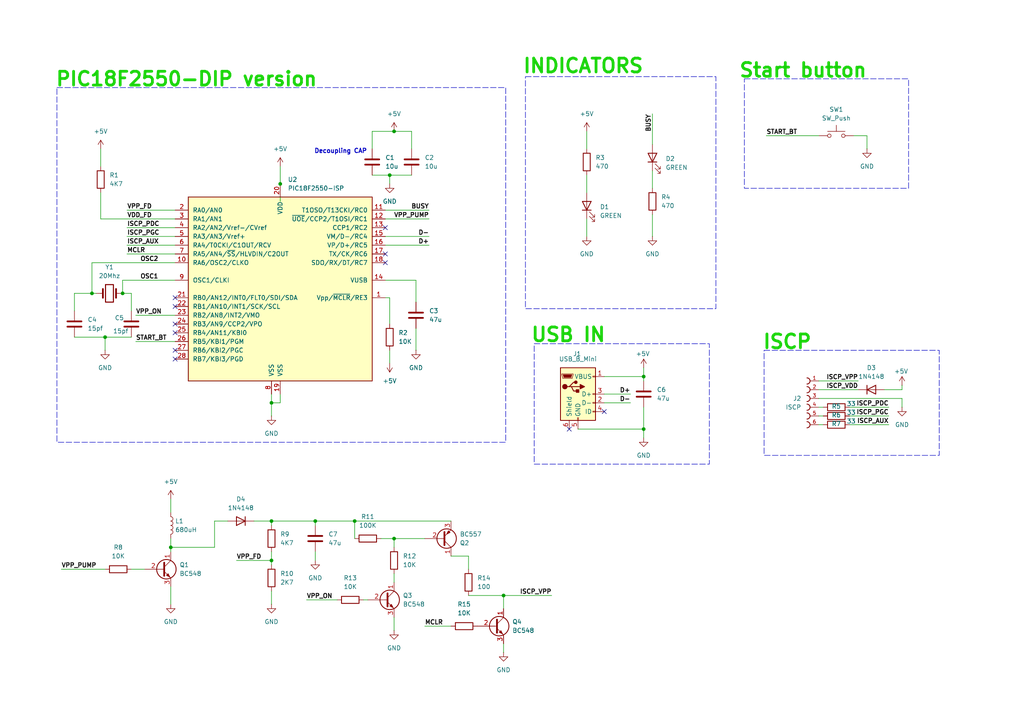
<source format=kicad_sch>
(kicad_sch
	(version 20231120)
	(generator "eeschema")
	(generator_version "8.0")
	(uuid "03e0824b-15da-430b-906d-70bafeb40e4d")
	(paper "A4")
	(lib_symbols
		(symbol "62000611121:62000611121"
			(pin_names
				(offset 1.016)
			)
			(exclude_from_sim no)
			(in_bom yes)
			(on_board yes)
			(property "Reference" "J"
				(at 3.81 1.778 0)
				(effects
					(font
						(size 1.27 1.27)
					)
					(justify left bottom)
				)
			)
			(property "Value" "62000611121"
				(at 3.81 -1.27 0)
				(effects
					(font
						(size 1.27 1.27)
					)
					(justify left bottom)
				)
			)
			(property "Footprint" "62000611121:62000611121"
				(at 0 0 0)
				(effects
					(font
						(size 1.27 1.27)
					)
					(justify bottom)
					(hide yes)
				)
			)
			(property "Datasheet" ""
				(at 0 0 0)
				(effects
					(font
						(size 1.27 1.27)
					)
					(hide yes)
				)
			)
			(property "Description" ""
				(at 0 0 0)
				(effects
					(font
						(size 1.27 1.27)
					)
					(hide yes)
				)
			)
			(property "MF" "Wurth Electronics"
				(at 0 0 0)
				(effects
					(font
						(size 1.27 1.27)
					)
					(justify bottom)
					(hide yes)
				)
			)
			(property "Description_1" "\nCONN, HEADER, 6POS, 1ROW, 2MM;\n"
				(at 0 0 0)
				(effects
					(font
						(size 1.27 1.27)
					)
					(justify bottom)
					(hide yes)
				)
			)
			(property "Package" "None"
				(at 0 0 0)
				(effects
					(font
						(size 1.27 1.27)
					)
					(justify bottom)
					(hide yes)
				)
			)
			(property "Price" "None"
				(at 0 0 0)
				(effects
					(font
						(size 1.27 1.27)
					)
					(justify bottom)
					(hide yes)
				)
			)
			(property "SnapEDA_Link" "https://www.snapeda.com/parts/62000611121/Wurth+Electronics+Inc/view-part/?ref=snap"
				(at 0 0 0)
				(effects
					(font
						(size 1.27 1.27)
					)
					(justify bottom)
					(hide yes)
				)
			)
			(property "MP" "62000611121"
				(at 0 0 0)
				(effects
					(font
						(size 1.27 1.27)
					)
					(justify bottom)
					(hide yes)
				)
			)
			(property "Purchase-URL" "https://www.snapeda.com/api/url_track_click_mouser/?unipart_id=7375735&manufacturer=Wurth Electronics&part_name=62000611121&search_term=6 pin connector"
				(at 0 0 0)
				(effects
					(font
						(size 1.27 1.27)
					)
					(justify bottom)
					(hide yes)
				)
			)
			(property "Availability" "In Stock"
				(at 0 0 0)
				(effects
					(font
						(size 1.27 1.27)
					)
					(justify bottom)
					(hide yes)
				)
			)
			(property "Check_prices" "https://www.snapeda.com/parts/62000611121/Wurth+Electronics+Inc/view-part/?ref=eda"
				(at 0 0 0)
				(effects
					(font
						(size 1.27 1.27)
					)
					(justify bottom)
					(hide yes)
				)
			)
			(symbol "62000611121_0_0"
				(arc
					(start 0.889 -6.731)
					(mid 0.0038 -7.62)
					(end 0.889 -8.509)
					(stroke
						(width 0.254)
						(type default)
					)
					(fill
						(type none)
					)
				)
				(arc
					(start 0.889 -4.191)
					(mid 0.0038 -5.08)
					(end 0.889 -5.969)
					(stroke
						(width 0.254)
						(type default)
					)
					(fill
						(type none)
					)
				)
				(arc
					(start 0.889 -1.651)
					(mid 0.0038 -2.54)
					(end 0.889 -3.429)
					(stroke
						(width 0.254)
						(type default)
					)
					(fill
						(type none)
					)
				)
				(arc
					(start 0.889 0.889)
					(mid 0.0038 0)
					(end 0.889 -0.889)
					(stroke
						(width 0.254)
						(type default)
					)
					(fill
						(type none)
					)
				)
				(arc
					(start 0.889 3.429)
					(mid 0.0038 2.54)
					(end 0.889 1.651)
					(stroke
						(width 0.254)
						(type default)
					)
					(fill
						(type none)
					)
				)
				(arc
					(start 0.889 5.969)
					(mid 0.0038 5.08)
					(end 0.889 4.191)
					(stroke
						(width 0.254)
						(type default)
					)
					(fill
						(type none)
					)
				)
				(pin passive line
					(at -2.54 5.08 0)
					(length 2.54)
					(name "~"
						(effects
							(font
								(size 1.016 1.016)
							)
						)
					)
					(number "1"
						(effects
							(font
								(size 1.016 1.016)
							)
						)
					)
				)
				(pin passive line
					(at -2.54 2.54 0)
					(length 2.54)
					(name "~"
						(effects
							(font
								(size 1.016 1.016)
							)
						)
					)
					(number "2"
						(effects
							(font
								(size 1.016 1.016)
							)
						)
					)
				)
				(pin passive line
					(at -2.54 0 0)
					(length 2.54)
					(name "~"
						(effects
							(font
								(size 1.016 1.016)
							)
						)
					)
					(number "3"
						(effects
							(font
								(size 1.016 1.016)
							)
						)
					)
				)
				(pin passive line
					(at -2.54 -2.54 0)
					(length 2.54)
					(name "~"
						(effects
							(font
								(size 1.016 1.016)
							)
						)
					)
					(number "4"
						(effects
							(font
								(size 1.016 1.016)
							)
						)
					)
				)
				(pin passive line
					(at -2.54 -5.08 0)
					(length 2.54)
					(name "~"
						(effects
							(font
								(size 1.016 1.016)
							)
						)
					)
					(number "5"
						(effects
							(font
								(size 1.016 1.016)
							)
						)
					)
				)
				(pin passive line
					(at -2.54 -7.62 0)
					(length 2.54)
					(name "~"
						(effects
							(font
								(size 1.016 1.016)
							)
						)
					)
					(number "6"
						(effects
							(font
								(size 1.016 1.016)
							)
						)
					)
				)
			)
		)
		(symbol "Connector:USB_B_Mini"
			(pin_names
				(offset 1.016)
			)
			(exclude_from_sim no)
			(in_bom yes)
			(on_board yes)
			(property "Reference" "J"
				(at -5.08 11.43 0)
				(effects
					(font
						(size 1.27 1.27)
					)
					(justify left)
				)
			)
			(property "Value" "USB_B_Mini"
				(at -5.08 8.89 0)
				(effects
					(font
						(size 1.27 1.27)
					)
					(justify left)
				)
			)
			(property "Footprint" ""
				(at 3.81 -1.27 0)
				(effects
					(font
						(size 1.27 1.27)
					)
					(hide yes)
				)
			)
			(property "Datasheet" "~"
				(at 3.81 -1.27 0)
				(effects
					(font
						(size 1.27 1.27)
					)
					(hide yes)
				)
			)
			(property "Description" "USB Mini Type B connector"
				(at 0 0 0)
				(effects
					(font
						(size 1.27 1.27)
					)
					(hide yes)
				)
			)
			(property "ki_keywords" "connector USB mini"
				(at 0 0 0)
				(effects
					(font
						(size 1.27 1.27)
					)
					(hide yes)
				)
			)
			(property "ki_fp_filters" "USB*"
				(at 0 0 0)
				(effects
					(font
						(size 1.27 1.27)
					)
					(hide yes)
				)
			)
			(symbol "USB_B_Mini_0_1"
				(rectangle
					(start -5.08 -7.62)
					(end 5.08 7.62)
					(stroke
						(width 0.254)
						(type default)
					)
					(fill
						(type background)
					)
				)
				(circle
					(center -3.81 2.159)
					(radius 0.635)
					(stroke
						(width 0.254)
						(type default)
					)
					(fill
						(type outline)
					)
				)
				(circle
					(center -0.635 3.429)
					(radius 0.381)
					(stroke
						(width 0.254)
						(type default)
					)
					(fill
						(type outline)
					)
				)
				(rectangle
					(start -0.127 -7.62)
					(end 0.127 -6.858)
					(stroke
						(width 0)
						(type default)
					)
					(fill
						(type none)
					)
				)
				(polyline
					(pts
						(xy -1.905 2.159) (xy 0.635 2.159)
					)
					(stroke
						(width 0.254)
						(type default)
					)
					(fill
						(type none)
					)
				)
				(polyline
					(pts
						(xy -3.175 2.159) (xy -2.54 2.159) (xy -1.27 3.429) (xy -0.635 3.429)
					)
					(stroke
						(width 0.254)
						(type default)
					)
					(fill
						(type none)
					)
				)
				(polyline
					(pts
						(xy -2.54 2.159) (xy -1.905 2.159) (xy -1.27 0.889) (xy 0 0.889)
					)
					(stroke
						(width 0.254)
						(type default)
					)
					(fill
						(type none)
					)
				)
				(polyline
					(pts
						(xy 0.635 2.794) (xy 0.635 1.524) (xy 1.905 2.159) (xy 0.635 2.794)
					)
					(stroke
						(width 0.254)
						(type default)
					)
					(fill
						(type outline)
					)
				)
				(polyline
					(pts
						(xy -4.318 5.588) (xy -1.778 5.588) (xy -2.032 4.826) (xy -4.064 4.826) (xy -4.318 5.588)
					)
					(stroke
						(width 0)
						(type default)
					)
					(fill
						(type outline)
					)
				)
				(polyline
					(pts
						(xy -4.699 5.842) (xy -4.699 5.588) (xy -4.445 4.826) (xy -4.445 4.572) (xy -1.651 4.572) (xy -1.651 4.826)
						(xy -1.397 5.588) (xy -1.397 5.842) (xy -4.699 5.842)
					)
					(stroke
						(width 0)
						(type default)
					)
					(fill
						(type none)
					)
				)
				(rectangle
					(start 0.254 1.27)
					(end -0.508 0.508)
					(stroke
						(width 0.254)
						(type default)
					)
					(fill
						(type outline)
					)
				)
				(rectangle
					(start 5.08 -5.207)
					(end 4.318 -4.953)
					(stroke
						(width 0)
						(type default)
					)
					(fill
						(type none)
					)
				)
				(rectangle
					(start 5.08 -2.667)
					(end 4.318 -2.413)
					(stroke
						(width 0)
						(type default)
					)
					(fill
						(type none)
					)
				)
				(rectangle
					(start 5.08 -0.127)
					(end 4.318 0.127)
					(stroke
						(width 0)
						(type default)
					)
					(fill
						(type none)
					)
				)
				(rectangle
					(start 5.08 4.953)
					(end 4.318 5.207)
					(stroke
						(width 0)
						(type default)
					)
					(fill
						(type none)
					)
				)
			)
			(symbol "USB_B_Mini_1_1"
				(pin power_out line
					(at 7.62 5.08 180)
					(length 2.54)
					(name "VBUS"
						(effects
							(font
								(size 1.27 1.27)
							)
						)
					)
					(number "1"
						(effects
							(font
								(size 1.27 1.27)
							)
						)
					)
				)
				(pin bidirectional line
					(at 7.62 -2.54 180)
					(length 2.54)
					(name "D-"
						(effects
							(font
								(size 1.27 1.27)
							)
						)
					)
					(number "2"
						(effects
							(font
								(size 1.27 1.27)
							)
						)
					)
				)
				(pin bidirectional line
					(at 7.62 0 180)
					(length 2.54)
					(name "D+"
						(effects
							(font
								(size 1.27 1.27)
							)
						)
					)
					(number "3"
						(effects
							(font
								(size 1.27 1.27)
							)
						)
					)
				)
				(pin passive line
					(at 7.62 -5.08 180)
					(length 2.54)
					(name "ID"
						(effects
							(font
								(size 1.27 1.27)
							)
						)
					)
					(number "4"
						(effects
							(font
								(size 1.27 1.27)
							)
						)
					)
				)
				(pin power_out line
					(at 0 -10.16 90)
					(length 2.54)
					(name "GND"
						(effects
							(font
								(size 1.27 1.27)
							)
						)
					)
					(number "5"
						(effects
							(font
								(size 1.27 1.27)
							)
						)
					)
				)
				(pin passive line
					(at -2.54 -10.16 90)
					(length 2.54)
					(name "Shield"
						(effects
							(font
								(size 1.27 1.27)
							)
						)
					)
					(number "6"
						(effects
							(font
								(size 1.27 1.27)
							)
						)
					)
				)
			)
		)
		(symbol "Device:C"
			(pin_numbers hide)
			(pin_names
				(offset 0.254)
			)
			(exclude_from_sim no)
			(in_bom yes)
			(on_board yes)
			(property "Reference" "C"
				(at 0.635 2.54 0)
				(effects
					(font
						(size 1.27 1.27)
					)
					(justify left)
				)
			)
			(property "Value" "C"
				(at 0.635 -2.54 0)
				(effects
					(font
						(size 1.27 1.27)
					)
					(justify left)
				)
			)
			(property "Footprint" ""
				(at 0.9652 -3.81 0)
				(effects
					(font
						(size 1.27 1.27)
					)
					(hide yes)
				)
			)
			(property "Datasheet" "~"
				(at 0 0 0)
				(effects
					(font
						(size 1.27 1.27)
					)
					(hide yes)
				)
			)
			(property "Description" "Unpolarized capacitor"
				(at 0 0 0)
				(effects
					(font
						(size 1.27 1.27)
					)
					(hide yes)
				)
			)
			(property "ki_keywords" "cap capacitor"
				(at 0 0 0)
				(effects
					(font
						(size 1.27 1.27)
					)
					(hide yes)
				)
			)
			(property "ki_fp_filters" "C_*"
				(at 0 0 0)
				(effects
					(font
						(size 1.27 1.27)
					)
					(hide yes)
				)
			)
			(symbol "C_0_1"
				(polyline
					(pts
						(xy -2.032 -0.762) (xy 2.032 -0.762)
					)
					(stroke
						(width 0.508)
						(type default)
					)
					(fill
						(type none)
					)
				)
				(polyline
					(pts
						(xy -2.032 0.762) (xy 2.032 0.762)
					)
					(stroke
						(width 0.508)
						(type default)
					)
					(fill
						(type none)
					)
				)
			)
			(symbol "C_1_1"
				(pin passive line
					(at 0 3.81 270)
					(length 2.794)
					(name "~"
						(effects
							(font
								(size 1.27 1.27)
							)
						)
					)
					(number "1"
						(effects
							(font
								(size 1.27 1.27)
							)
						)
					)
				)
				(pin passive line
					(at 0 -3.81 90)
					(length 2.794)
					(name "~"
						(effects
							(font
								(size 1.27 1.27)
							)
						)
					)
					(number "2"
						(effects
							(font
								(size 1.27 1.27)
							)
						)
					)
				)
			)
		)
		(symbol "Device:Crystal"
			(pin_numbers hide)
			(pin_names
				(offset 1.016) hide)
			(exclude_from_sim no)
			(in_bom yes)
			(on_board yes)
			(property "Reference" "Y"
				(at 0 3.81 0)
				(effects
					(font
						(size 1.27 1.27)
					)
				)
			)
			(property "Value" "Crystal"
				(at 0 -3.81 0)
				(effects
					(font
						(size 1.27 1.27)
					)
				)
			)
			(property "Footprint" ""
				(at 0 0 0)
				(effects
					(font
						(size 1.27 1.27)
					)
					(hide yes)
				)
			)
			(property "Datasheet" "~"
				(at 0 0 0)
				(effects
					(font
						(size 1.27 1.27)
					)
					(hide yes)
				)
			)
			(property "Description" "Two pin crystal"
				(at 0 0 0)
				(effects
					(font
						(size 1.27 1.27)
					)
					(hide yes)
				)
			)
			(property "ki_keywords" "quartz ceramic resonator oscillator"
				(at 0 0 0)
				(effects
					(font
						(size 1.27 1.27)
					)
					(hide yes)
				)
			)
			(property "ki_fp_filters" "Crystal*"
				(at 0 0 0)
				(effects
					(font
						(size 1.27 1.27)
					)
					(hide yes)
				)
			)
			(symbol "Crystal_0_1"
				(rectangle
					(start -1.143 2.54)
					(end 1.143 -2.54)
					(stroke
						(width 0.3048)
						(type default)
					)
					(fill
						(type none)
					)
				)
				(polyline
					(pts
						(xy -2.54 0) (xy -1.905 0)
					)
					(stroke
						(width 0)
						(type default)
					)
					(fill
						(type none)
					)
				)
				(polyline
					(pts
						(xy -1.905 -1.27) (xy -1.905 1.27)
					)
					(stroke
						(width 0.508)
						(type default)
					)
					(fill
						(type none)
					)
				)
				(polyline
					(pts
						(xy 1.905 -1.27) (xy 1.905 1.27)
					)
					(stroke
						(width 0.508)
						(type default)
					)
					(fill
						(type none)
					)
				)
				(polyline
					(pts
						(xy 2.54 0) (xy 1.905 0)
					)
					(stroke
						(width 0)
						(type default)
					)
					(fill
						(type none)
					)
				)
			)
			(symbol "Crystal_1_1"
				(pin passive line
					(at -3.81 0 0)
					(length 1.27)
					(name "1"
						(effects
							(font
								(size 1.27 1.27)
							)
						)
					)
					(number "1"
						(effects
							(font
								(size 1.27 1.27)
							)
						)
					)
				)
				(pin passive line
					(at 3.81 0 180)
					(length 1.27)
					(name "2"
						(effects
							(font
								(size 1.27 1.27)
							)
						)
					)
					(number "2"
						(effects
							(font
								(size 1.27 1.27)
							)
						)
					)
				)
			)
		)
		(symbol "Device:D"
			(pin_numbers hide)
			(pin_names
				(offset 1.016) hide)
			(exclude_from_sim no)
			(in_bom yes)
			(on_board yes)
			(property "Reference" "D"
				(at 0 2.54 0)
				(effects
					(font
						(size 1.27 1.27)
					)
				)
			)
			(property "Value" "D"
				(at 0 -2.54 0)
				(effects
					(font
						(size 1.27 1.27)
					)
				)
			)
			(property "Footprint" ""
				(at 0 0 0)
				(effects
					(font
						(size 1.27 1.27)
					)
					(hide yes)
				)
			)
			(property "Datasheet" "~"
				(at 0 0 0)
				(effects
					(font
						(size 1.27 1.27)
					)
					(hide yes)
				)
			)
			(property "Description" "Diode"
				(at 0 0 0)
				(effects
					(font
						(size 1.27 1.27)
					)
					(hide yes)
				)
			)
			(property "Sim.Device" "D"
				(at 0 0 0)
				(effects
					(font
						(size 1.27 1.27)
					)
					(hide yes)
				)
			)
			(property "Sim.Pins" "1=K 2=A"
				(at 0 0 0)
				(effects
					(font
						(size 1.27 1.27)
					)
					(hide yes)
				)
			)
			(property "ki_keywords" "diode"
				(at 0 0 0)
				(effects
					(font
						(size 1.27 1.27)
					)
					(hide yes)
				)
			)
			(property "ki_fp_filters" "TO-???* *_Diode_* *SingleDiode* D_*"
				(at 0 0 0)
				(effects
					(font
						(size 1.27 1.27)
					)
					(hide yes)
				)
			)
			(symbol "D_0_1"
				(polyline
					(pts
						(xy -1.27 1.27) (xy -1.27 -1.27)
					)
					(stroke
						(width 0.254)
						(type default)
					)
					(fill
						(type none)
					)
				)
				(polyline
					(pts
						(xy 1.27 0) (xy -1.27 0)
					)
					(stroke
						(width 0)
						(type default)
					)
					(fill
						(type none)
					)
				)
				(polyline
					(pts
						(xy 1.27 1.27) (xy 1.27 -1.27) (xy -1.27 0) (xy 1.27 1.27)
					)
					(stroke
						(width 0.254)
						(type default)
					)
					(fill
						(type none)
					)
				)
			)
			(symbol "D_1_1"
				(pin passive line
					(at -3.81 0 0)
					(length 2.54)
					(name "K"
						(effects
							(font
								(size 1.27 1.27)
							)
						)
					)
					(number "1"
						(effects
							(font
								(size 1.27 1.27)
							)
						)
					)
				)
				(pin passive line
					(at 3.81 0 180)
					(length 2.54)
					(name "A"
						(effects
							(font
								(size 1.27 1.27)
							)
						)
					)
					(number "2"
						(effects
							(font
								(size 1.27 1.27)
							)
						)
					)
				)
			)
		)
		(symbol "Device:L"
			(pin_numbers hide)
			(pin_names
				(offset 1.016) hide)
			(exclude_from_sim no)
			(in_bom yes)
			(on_board yes)
			(property "Reference" "L"
				(at -1.27 0 90)
				(effects
					(font
						(size 1.27 1.27)
					)
				)
			)
			(property "Value" "L"
				(at 1.905 0 90)
				(effects
					(font
						(size 1.27 1.27)
					)
				)
			)
			(property "Footprint" ""
				(at 0 0 0)
				(effects
					(font
						(size 1.27 1.27)
					)
					(hide yes)
				)
			)
			(property "Datasheet" "~"
				(at 0 0 0)
				(effects
					(font
						(size 1.27 1.27)
					)
					(hide yes)
				)
			)
			(property "Description" "Inductor"
				(at 0 0 0)
				(effects
					(font
						(size 1.27 1.27)
					)
					(hide yes)
				)
			)
			(property "ki_keywords" "inductor choke coil reactor magnetic"
				(at 0 0 0)
				(effects
					(font
						(size 1.27 1.27)
					)
					(hide yes)
				)
			)
			(property "ki_fp_filters" "Choke_* *Coil* Inductor_* L_*"
				(at 0 0 0)
				(effects
					(font
						(size 1.27 1.27)
					)
					(hide yes)
				)
			)
			(symbol "L_0_1"
				(arc
					(start 0 -2.54)
					(mid 0.6323 -1.905)
					(end 0 -1.27)
					(stroke
						(width 0)
						(type default)
					)
					(fill
						(type none)
					)
				)
				(arc
					(start 0 -1.27)
					(mid 0.6323 -0.635)
					(end 0 0)
					(stroke
						(width 0)
						(type default)
					)
					(fill
						(type none)
					)
				)
				(arc
					(start 0 0)
					(mid 0.6323 0.635)
					(end 0 1.27)
					(stroke
						(width 0)
						(type default)
					)
					(fill
						(type none)
					)
				)
				(arc
					(start 0 1.27)
					(mid 0.6323 1.905)
					(end 0 2.54)
					(stroke
						(width 0)
						(type default)
					)
					(fill
						(type none)
					)
				)
			)
			(symbol "L_1_1"
				(pin passive line
					(at 0 3.81 270)
					(length 1.27)
					(name "1"
						(effects
							(font
								(size 1.27 1.27)
							)
						)
					)
					(number "1"
						(effects
							(font
								(size 1.27 1.27)
							)
						)
					)
				)
				(pin passive line
					(at 0 -3.81 90)
					(length 1.27)
					(name "2"
						(effects
							(font
								(size 1.27 1.27)
							)
						)
					)
					(number "2"
						(effects
							(font
								(size 1.27 1.27)
							)
						)
					)
				)
			)
		)
		(symbol "Device:LED"
			(pin_numbers hide)
			(pin_names
				(offset 1.016) hide)
			(exclude_from_sim no)
			(in_bom yes)
			(on_board yes)
			(property "Reference" "D"
				(at 0 2.54 0)
				(effects
					(font
						(size 1.27 1.27)
					)
				)
			)
			(property "Value" "LED"
				(at 0 -2.54 0)
				(effects
					(font
						(size 1.27 1.27)
					)
				)
			)
			(property "Footprint" ""
				(at 0 0 0)
				(effects
					(font
						(size 1.27 1.27)
					)
					(hide yes)
				)
			)
			(property "Datasheet" "~"
				(at 0 0 0)
				(effects
					(font
						(size 1.27 1.27)
					)
					(hide yes)
				)
			)
			(property "Description" "Light emitting diode"
				(at 0 0 0)
				(effects
					(font
						(size 1.27 1.27)
					)
					(hide yes)
				)
			)
			(property "ki_keywords" "LED diode"
				(at 0 0 0)
				(effects
					(font
						(size 1.27 1.27)
					)
					(hide yes)
				)
			)
			(property "ki_fp_filters" "LED* LED_SMD:* LED_THT:*"
				(at 0 0 0)
				(effects
					(font
						(size 1.27 1.27)
					)
					(hide yes)
				)
			)
			(symbol "LED_0_1"
				(polyline
					(pts
						(xy -1.27 -1.27) (xy -1.27 1.27)
					)
					(stroke
						(width 0.254)
						(type default)
					)
					(fill
						(type none)
					)
				)
				(polyline
					(pts
						(xy -1.27 0) (xy 1.27 0)
					)
					(stroke
						(width 0)
						(type default)
					)
					(fill
						(type none)
					)
				)
				(polyline
					(pts
						(xy 1.27 -1.27) (xy 1.27 1.27) (xy -1.27 0) (xy 1.27 -1.27)
					)
					(stroke
						(width 0.254)
						(type default)
					)
					(fill
						(type none)
					)
				)
				(polyline
					(pts
						(xy -3.048 -0.762) (xy -4.572 -2.286) (xy -3.81 -2.286) (xy -4.572 -2.286) (xy -4.572 -1.524)
					)
					(stroke
						(width 0)
						(type default)
					)
					(fill
						(type none)
					)
				)
				(polyline
					(pts
						(xy -1.778 -0.762) (xy -3.302 -2.286) (xy -2.54 -2.286) (xy -3.302 -2.286) (xy -3.302 -1.524)
					)
					(stroke
						(width 0)
						(type default)
					)
					(fill
						(type none)
					)
				)
			)
			(symbol "LED_1_1"
				(pin passive line
					(at -3.81 0 0)
					(length 2.54)
					(name "K"
						(effects
							(font
								(size 1.27 1.27)
							)
						)
					)
					(number "1"
						(effects
							(font
								(size 1.27 1.27)
							)
						)
					)
				)
				(pin passive line
					(at 3.81 0 180)
					(length 2.54)
					(name "A"
						(effects
							(font
								(size 1.27 1.27)
							)
						)
					)
					(number "2"
						(effects
							(font
								(size 1.27 1.27)
							)
						)
					)
				)
			)
		)
		(symbol "Device:R"
			(pin_numbers hide)
			(pin_names
				(offset 0)
			)
			(exclude_from_sim no)
			(in_bom yes)
			(on_board yes)
			(property "Reference" "R"
				(at 2.032 0 90)
				(effects
					(font
						(size 1.27 1.27)
					)
				)
			)
			(property "Value" "R"
				(at 0 0 90)
				(effects
					(font
						(size 1.27 1.27)
					)
				)
			)
			(property "Footprint" ""
				(at -1.778 0 90)
				(effects
					(font
						(size 1.27 1.27)
					)
					(hide yes)
				)
			)
			(property "Datasheet" "~"
				(at 0 0 0)
				(effects
					(font
						(size 1.27 1.27)
					)
					(hide yes)
				)
			)
			(property "Description" "Resistor"
				(at 0 0 0)
				(effects
					(font
						(size 1.27 1.27)
					)
					(hide yes)
				)
			)
			(property "ki_keywords" "R res resistor"
				(at 0 0 0)
				(effects
					(font
						(size 1.27 1.27)
					)
					(hide yes)
				)
			)
			(property "ki_fp_filters" "R_*"
				(at 0 0 0)
				(effects
					(font
						(size 1.27 1.27)
					)
					(hide yes)
				)
			)
			(symbol "R_0_1"
				(rectangle
					(start -1.016 -2.54)
					(end 1.016 2.54)
					(stroke
						(width 0.254)
						(type default)
					)
					(fill
						(type none)
					)
				)
			)
			(symbol "R_1_1"
				(pin passive line
					(at 0 3.81 270)
					(length 1.27)
					(name "~"
						(effects
							(font
								(size 1.27 1.27)
							)
						)
					)
					(number "1"
						(effects
							(font
								(size 1.27 1.27)
							)
						)
					)
				)
				(pin passive line
					(at 0 -3.81 90)
					(length 1.27)
					(name "~"
						(effects
							(font
								(size 1.27 1.27)
							)
						)
					)
					(number "2"
						(effects
							(font
								(size 1.27 1.27)
							)
						)
					)
				)
			)
		)
		(symbol "MCU_Microchip_PIC18:PIC18F2550-ISP"
			(pin_names
				(offset 1.27)
			)
			(exclude_from_sim no)
			(in_bom yes)
			(on_board yes)
			(property "Reference" "U"
				(at -25.4 27.94 0)
				(effects
					(font
						(size 1.27 1.27)
					)
				)
			)
			(property "Value" "PIC18F2550-ISP"
				(at 16.51 -27.94 0)
				(effects
					(font
						(size 1.27 1.27)
					)
				)
			)
			(property "Footprint" "Package_DIP:DIP-28_W7.62mm"
				(at 0 0 0)
				(effects
					(font
						(size 1.27 1.27)
						(italic yes)
					)
					(hide yes)
				)
			)
			(property "Datasheet" "http://ww1.microchip.com/downloads/en/devicedoc/39632c.pdf"
				(at 0 -11.43 0)
				(effects
					(font
						(size 1.27 1.27)
					)
					(hide yes)
				)
			)
			(property "Description" "32K Flash, 2K SRAM, 256 EEPROM, USB, nanoWatt XLP, SPDIP28"
				(at 0 0 0)
				(effects
					(font
						(size 1.27 1.27)
					)
					(hide yes)
				)
			)
			(property "ki_keywords" "Flash-Based 8-Bit Microcontroller XLP"
				(at 0 0 0)
				(effects
					(font
						(size 1.27 1.27)
					)
					(hide yes)
				)
			)
			(property "ki_fp_filters" "SPDIP*28_W7.62mm* DIP*28_W7.62mm* PDIP*28_W7.62mm*"
				(at 0 0 0)
				(effects
					(font
						(size 1.27 1.27)
					)
					(hide yes)
				)
			)
			(symbol "PIC18F2550-ISP_0_1"
				(rectangle
					(start -26.67 26.67)
					(end 26.67 -26.67)
					(stroke
						(width 0.254)
						(type default)
					)
					(fill
						(type background)
					)
				)
			)
			(symbol "PIC18F2550-ISP_1_1"
				(pin input line
					(at 30.48 -2.54 180)
					(length 3.81)
					(name "Vpp/~{MCLR}/RE3"
						(effects
							(font
								(size 1.27 1.27)
							)
						)
					)
					(number "1"
						(effects
							(font
								(size 1.27 1.27)
							)
						)
					)
				)
				(pin output line
					(at -30.48 7.62 0)
					(length 3.81)
					(name "RA6/OSC2/CLKO"
						(effects
							(font
								(size 1.27 1.27)
							)
						)
					)
					(number "10"
						(effects
							(font
								(size 1.27 1.27)
							)
						)
					)
				)
				(pin bidirectional line
					(at 30.48 22.86 180)
					(length 3.81)
					(name "T1OSO/T13CKI/RC0"
						(effects
							(font
								(size 1.27 1.27)
							)
						)
					)
					(number "11"
						(effects
							(font
								(size 1.27 1.27)
							)
						)
					)
				)
				(pin bidirectional line
					(at 30.48 20.32 180)
					(length 3.81)
					(name "~{UOE}/CCP2/T1OSI/RC1"
						(effects
							(font
								(size 1.27 1.27)
							)
						)
					)
					(number "12"
						(effects
							(font
								(size 1.27 1.27)
							)
						)
					)
				)
				(pin bidirectional line
					(at 30.48 17.78 180)
					(length 3.81)
					(name "CCP1/RC2"
						(effects
							(font
								(size 1.27 1.27)
							)
						)
					)
					(number "13"
						(effects
							(font
								(size 1.27 1.27)
							)
						)
					)
				)
				(pin bidirectional line
					(at 30.48 2.54 180)
					(length 3.81)
					(name "VUSB"
						(effects
							(font
								(size 1.27 1.27)
							)
						)
					)
					(number "14"
						(effects
							(font
								(size 1.27 1.27)
							)
						)
					)
				)
				(pin bidirectional line
					(at 30.48 15.24 180)
					(length 3.81)
					(name "VM/D-/RC4"
						(effects
							(font
								(size 1.27 1.27)
							)
						)
					)
					(number "15"
						(effects
							(font
								(size 1.27 1.27)
							)
						)
					)
				)
				(pin bidirectional line
					(at 30.48 12.7 180)
					(length 3.81)
					(name "VP/D+/RC5"
						(effects
							(font
								(size 1.27 1.27)
							)
						)
					)
					(number "16"
						(effects
							(font
								(size 1.27 1.27)
							)
						)
					)
				)
				(pin bidirectional line
					(at 30.48 10.16 180)
					(length 3.81)
					(name "TX/CK/RC6"
						(effects
							(font
								(size 1.27 1.27)
							)
						)
					)
					(number "17"
						(effects
							(font
								(size 1.27 1.27)
							)
						)
					)
				)
				(pin bidirectional line
					(at 30.48 7.62 180)
					(length 3.81)
					(name "SDO/RX/DT/RC7"
						(effects
							(font
								(size 1.27 1.27)
							)
						)
					)
					(number "18"
						(effects
							(font
								(size 1.27 1.27)
							)
						)
					)
				)
				(pin power_in line
					(at 0 -30.48 90)
					(length 3.81)
					(name "VSS"
						(effects
							(font
								(size 1.27 1.27)
							)
						)
					)
					(number "19"
						(effects
							(font
								(size 1.27 1.27)
							)
						)
					)
				)
				(pin bidirectional line
					(at -30.48 22.86 0)
					(length 3.81)
					(name "RA0/AN0"
						(effects
							(font
								(size 1.27 1.27)
							)
						)
					)
					(number "2"
						(effects
							(font
								(size 1.27 1.27)
							)
						)
					)
				)
				(pin power_in line
					(at 0 30.48 270)
					(length 3.81)
					(name "VDD"
						(effects
							(font
								(size 1.27 1.27)
							)
						)
					)
					(number "20"
						(effects
							(font
								(size 1.27 1.27)
							)
						)
					)
				)
				(pin bidirectional line
					(at -30.48 -2.54 0)
					(length 3.81)
					(name "RB0/AN12/INT0/FLT0/SDI/SDA"
						(effects
							(font
								(size 1.27 1.27)
							)
						)
					)
					(number "21"
						(effects
							(font
								(size 1.27 1.27)
							)
						)
					)
				)
				(pin bidirectional line
					(at -30.48 -5.08 0)
					(length 3.81)
					(name "RB1/AN10/INT1/SCK/SCL"
						(effects
							(font
								(size 1.27 1.27)
							)
						)
					)
					(number "22"
						(effects
							(font
								(size 1.27 1.27)
							)
						)
					)
				)
				(pin bidirectional line
					(at -30.48 -7.62 0)
					(length 3.81)
					(name "RB2/AN8/INT2/VMO"
						(effects
							(font
								(size 1.27 1.27)
							)
						)
					)
					(number "23"
						(effects
							(font
								(size 1.27 1.27)
							)
						)
					)
				)
				(pin bidirectional line
					(at -30.48 -10.16 0)
					(length 3.81)
					(name "RB3/AN9/CCP2/VPO"
						(effects
							(font
								(size 1.27 1.27)
							)
						)
					)
					(number "24"
						(effects
							(font
								(size 1.27 1.27)
							)
						)
					)
				)
				(pin bidirectional line
					(at -30.48 -12.7 0)
					(length 3.81)
					(name "RB4/AN11/KBI0"
						(effects
							(font
								(size 1.27 1.27)
							)
						)
					)
					(number "25"
						(effects
							(font
								(size 1.27 1.27)
							)
						)
					)
				)
				(pin bidirectional line
					(at -30.48 -15.24 0)
					(length 3.81)
					(name "RB5/KBI1/PGM"
						(effects
							(font
								(size 1.27 1.27)
							)
						)
					)
					(number "26"
						(effects
							(font
								(size 1.27 1.27)
							)
						)
					)
				)
				(pin bidirectional line
					(at -30.48 -17.78 0)
					(length 3.81)
					(name "RB6/KBI2/PGC"
						(effects
							(font
								(size 1.27 1.27)
							)
						)
					)
					(number "27"
						(effects
							(font
								(size 1.27 1.27)
							)
						)
					)
				)
				(pin bidirectional line
					(at -30.48 -20.32 0)
					(length 3.81)
					(name "RB7/KBI3/PGD"
						(effects
							(font
								(size 1.27 1.27)
							)
						)
					)
					(number "28"
						(effects
							(font
								(size 1.27 1.27)
							)
						)
					)
				)
				(pin bidirectional line
					(at -30.48 20.32 0)
					(length 3.81)
					(name "RA1/AN1"
						(effects
							(font
								(size 1.27 1.27)
							)
						)
					)
					(number "3"
						(effects
							(font
								(size 1.27 1.27)
							)
						)
					)
				)
				(pin bidirectional line
					(at -30.48 17.78 0)
					(length 3.81)
					(name "RA2/AN2/Vref-/CVref"
						(effects
							(font
								(size 1.27 1.27)
							)
						)
					)
					(number "4"
						(effects
							(font
								(size 1.27 1.27)
							)
						)
					)
				)
				(pin bidirectional line
					(at -30.48 15.24 0)
					(length 3.81)
					(name "RA3/AN3/Vref+"
						(effects
							(font
								(size 1.27 1.27)
							)
						)
					)
					(number "5"
						(effects
							(font
								(size 1.27 1.27)
							)
						)
					)
				)
				(pin bidirectional line
					(at -30.48 12.7 0)
					(length 3.81)
					(name "RA4/T0CKI/C1OUT/RCV"
						(effects
							(font
								(size 1.27 1.27)
							)
						)
					)
					(number "6"
						(effects
							(font
								(size 1.27 1.27)
							)
						)
					)
				)
				(pin bidirectional line
					(at -30.48 10.16 0)
					(length 3.81)
					(name "RA5/AN4/~{SS}/HLVDIN/C2OUT"
						(effects
							(font
								(size 1.27 1.27)
							)
						)
					)
					(number "7"
						(effects
							(font
								(size 1.27 1.27)
							)
						)
					)
				)
				(pin power_in line
					(at -2.54 -30.48 90)
					(length 3.81)
					(name "VSS"
						(effects
							(font
								(size 1.27 1.27)
							)
						)
					)
					(number "8"
						(effects
							(font
								(size 1.27 1.27)
							)
						)
					)
				)
				(pin input line
					(at -30.48 2.54 0)
					(length 3.81)
					(name "OSC1/CLKI"
						(effects
							(font
								(size 1.27 1.27)
							)
						)
					)
					(number "9"
						(effects
							(font
								(size 1.27 1.27)
							)
						)
					)
				)
			)
		)
		(symbol "Switch:SW_Push"
			(pin_numbers hide)
			(pin_names
				(offset 1.016) hide)
			(exclude_from_sim no)
			(in_bom yes)
			(on_board yes)
			(property "Reference" "SW"
				(at 1.27 2.54 0)
				(effects
					(font
						(size 1.27 1.27)
					)
					(justify left)
				)
			)
			(property "Value" "SW_Push"
				(at 0 -1.524 0)
				(effects
					(font
						(size 1.27 1.27)
					)
				)
			)
			(property "Footprint" ""
				(at 0 5.08 0)
				(effects
					(font
						(size 1.27 1.27)
					)
					(hide yes)
				)
			)
			(property "Datasheet" "~"
				(at 0 5.08 0)
				(effects
					(font
						(size 1.27 1.27)
					)
					(hide yes)
				)
			)
			(property "Description" "Push button switch, generic, two pins"
				(at 0 0 0)
				(effects
					(font
						(size 1.27 1.27)
					)
					(hide yes)
				)
			)
			(property "ki_keywords" "switch normally-open pushbutton push-button"
				(at 0 0 0)
				(effects
					(font
						(size 1.27 1.27)
					)
					(hide yes)
				)
			)
			(symbol "SW_Push_0_1"
				(circle
					(center -2.032 0)
					(radius 0.508)
					(stroke
						(width 0)
						(type default)
					)
					(fill
						(type none)
					)
				)
				(polyline
					(pts
						(xy 0 1.27) (xy 0 3.048)
					)
					(stroke
						(width 0)
						(type default)
					)
					(fill
						(type none)
					)
				)
				(polyline
					(pts
						(xy 2.54 1.27) (xy -2.54 1.27)
					)
					(stroke
						(width 0)
						(type default)
					)
					(fill
						(type none)
					)
				)
				(circle
					(center 2.032 0)
					(radius 0.508)
					(stroke
						(width 0)
						(type default)
					)
					(fill
						(type none)
					)
				)
				(pin passive line
					(at -5.08 0 0)
					(length 2.54)
					(name "1"
						(effects
							(font
								(size 1.27 1.27)
							)
						)
					)
					(number "1"
						(effects
							(font
								(size 1.27 1.27)
							)
						)
					)
				)
				(pin passive line
					(at 5.08 0 180)
					(length 2.54)
					(name "2"
						(effects
							(font
								(size 1.27 1.27)
							)
						)
					)
					(number "2"
						(effects
							(font
								(size 1.27 1.27)
							)
						)
					)
				)
			)
		)
		(symbol "Transistor_BJT:BC548"
			(pin_names
				(offset 0) hide)
			(exclude_from_sim no)
			(in_bom yes)
			(on_board yes)
			(property "Reference" "Q"
				(at 5.08 1.905 0)
				(effects
					(font
						(size 1.27 1.27)
					)
					(justify left)
				)
			)
			(property "Value" "BC548"
				(at 5.08 0 0)
				(effects
					(font
						(size 1.27 1.27)
					)
					(justify left)
				)
			)
			(property "Footprint" "Package_TO_SOT_THT:TO-92_Inline"
				(at 5.08 -1.905 0)
				(effects
					(font
						(size 1.27 1.27)
						(italic yes)
					)
					(justify left)
					(hide yes)
				)
			)
			(property "Datasheet" "https://www.onsemi.com/pub/Collateral/BC550-D.pdf"
				(at 0 0 0)
				(effects
					(font
						(size 1.27 1.27)
					)
					(justify left)
					(hide yes)
				)
			)
			(property "Description" "0.1A Ic, 30V Vce, Small Signal NPN Transistor, TO-92"
				(at 0 0 0)
				(effects
					(font
						(size 1.27 1.27)
					)
					(hide yes)
				)
			)
			(property "ki_keywords" "NPN Transistor"
				(at 0 0 0)
				(effects
					(font
						(size 1.27 1.27)
					)
					(hide yes)
				)
			)
			(property "ki_fp_filters" "TO?92*"
				(at 0 0 0)
				(effects
					(font
						(size 1.27 1.27)
					)
					(hide yes)
				)
			)
			(symbol "BC548_0_1"
				(polyline
					(pts
						(xy 0 0) (xy 0.635 0)
					)
					(stroke
						(width 0)
						(type default)
					)
					(fill
						(type none)
					)
				)
				(polyline
					(pts
						(xy 0.635 0.635) (xy 2.54 2.54)
					)
					(stroke
						(width 0)
						(type default)
					)
					(fill
						(type none)
					)
				)
				(polyline
					(pts
						(xy 0.635 -0.635) (xy 2.54 -2.54) (xy 2.54 -2.54)
					)
					(stroke
						(width 0)
						(type default)
					)
					(fill
						(type none)
					)
				)
				(polyline
					(pts
						(xy 0.635 1.905) (xy 0.635 -1.905) (xy 0.635 -1.905)
					)
					(stroke
						(width 0.508)
						(type default)
					)
					(fill
						(type none)
					)
				)
				(polyline
					(pts
						(xy 1.27 -1.778) (xy 1.778 -1.27) (xy 2.286 -2.286) (xy 1.27 -1.778) (xy 1.27 -1.778)
					)
					(stroke
						(width 0)
						(type default)
					)
					(fill
						(type outline)
					)
				)
				(circle
					(center 1.27 0)
					(radius 2.8194)
					(stroke
						(width 0.254)
						(type default)
					)
					(fill
						(type none)
					)
				)
			)
			(symbol "BC548_1_1"
				(pin passive line
					(at 2.54 5.08 270)
					(length 2.54)
					(name "C"
						(effects
							(font
								(size 1.27 1.27)
							)
						)
					)
					(number "1"
						(effects
							(font
								(size 1.27 1.27)
							)
						)
					)
				)
				(pin input line
					(at -5.08 0 0)
					(length 5.08)
					(name "B"
						(effects
							(font
								(size 1.27 1.27)
							)
						)
					)
					(number "2"
						(effects
							(font
								(size 1.27 1.27)
							)
						)
					)
				)
				(pin passive line
					(at 2.54 -5.08 90)
					(length 2.54)
					(name "E"
						(effects
							(font
								(size 1.27 1.27)
							)
						)
					)
					(number "3"
						(effects
							(font
								(size 1.27 1.27)
							)
						)
					)
				)
			)
		)
		(symbol "Transistor_BJT:BC557"
			(pin_names
				(offset 0) hide)
			(exclude_from_sim no)
			(in_bom yes)
			(on_board yes)
			(property "Reference" "Q"
				(at 5.08 1.905 0)
				(effects
					(font
						(size 1.27 1.27)
					)
					(justify left)
				)
			)
			(property "Value" "BC557"
				(at 5.08 0 0)
				(effects
					(font
						(size 1.27 1.27)
					)
					(justify left)
				)
			)
			(property "Footprint" "Package_TO_SOT_THT:TO-92_Inline"
				(at 5.08 -1.905 0)
				(effects
					(font
						(size 1.27 1.27)
						(italic yes)
					)
					(justify left)
					(hide yes)
				)
			)
			(property "Datasheet" "https://www.onsemi.com/pub/Collateral/BC556BTA-D.pdf"
				(at 0 0 0)
				(effects
					(font
						(size 1.27 1.27)
					)
					(justify left)
					(hide yes)
				)
			)
			(property "Description" "0.1A Ic, 45V Vce, PNP Small Signal Transistor, TO-92"
				(at 0 0 0)
				(effects
					(font
						(size 1.27 1.27)
					)
					(hide yes)
				)
			)
			(property "ki_keywords" "PNP Transistor"
				(at 0 0 0)
				(effects
					(font
						(size 1.27 1.27)
					)
					(hide yes)
				)
			)
			(property "ki_fp_filters" "TO?92*"
				(at 0 0 0)
				(effects
					(font
						(size 1.27 1.27)
					)
					(hide yes)
				)
			)
			(symbol "BC557_0_1"
				(polyline
					(pts
						(xy 0.635 0.635) (xy 2.54 2.54)
					)
					(stroke
						(width 0)
						(type default)
					)
					(fill
						(type none)
					)
				)
				(polyline
					(pts
						(xy 0.635 -0.635) (xy 2.54 -2.54) (xy 2.54 -2.54)
					)
					(stroke
						(width 0)
						(type default)
					)
					(fill
						(type none)
					)
				)
				(polyline
					(pts
						(xy 0.635 1.905) (xy 0.635 -1.905) (xy 0.635 -1.905)
					)
					(stroke
						(width 0.508)
						(type default)
					)
					(fill
						(type none)
					)
				)
				(polyline
					(pts
						(xy 2.286 -1.778) (xy 1.778 -2.286) (xy 1.27 -1.27) (xy 2.286 -1.778) (xy 2.286 -1.778)
					)
					(stroke
						(width 0)
						(type default)
					)
					(fill
						(type outline)
					)
				)
				(circle
					(center 1.27 0)
					(radius 2.8194)
					(stroke
						(width 0.254)
						(type default)
					)
					(fill
						(type none)
					)
				)
			)
			(symbol "BC557_1_1"
				(pin passive line
					(at 2.54 5.08 270)
					(length 2.54)
					(name "C"
						(effects
							(font
								(size 1.27 1.27)
							)
						)
					)
					(number "1"
						(effects
							(font
								(size 1.27 1.27)
							)
						)
					)
				)
				(pin input line
					(at -5.08 0 0)
					(length 5.715)
					(name "B"
						(effects
							(font
								(size 1.27 1.27)
							)
						)
					)
					(number "2"
						(effects
							(font
								(size 1.27 1.27)
							)
						)
					)
				)
				(pin passive line
					(at 2.54 -5.08 90)
					(length 2.54)
					(name "E"
						(effects
							(font
								(size 1.27 1.27)
							)
						)
					)
					(number "3"
						(effects
							(font
								(size 1.27 1.27)
							)
						)
					)
				)
			)
		)
		(symbol "power:+5V"
			(power)
			(pin_numbers hide)
			(pin_names
				(offset 0) hide)
			(exclude_from_sim no)
			(in_bom yes)
			(on_board yes)
			(property "Reference" "#PWR"
				(at 0 -3.81 0)
				(effects
					(font
						(size 1.27 1.27)
					)
					(hide yes)
				)
			)
			(property "Value" "+5V"
				(at 0 3.556 0)
				(effects
					(font
						(size 1.27 1.27)
					)
				)
			)
			(property "Footprint" ""
				(at 0 0 0)
				(effects
					(font
						(size 1.27 1.27)
					)
					(hide yes)
				)
			)
			(property "Datasheet" ""
				(at 0 0 0)
				(effects
					(font
						(size 1.27 1.27)
					)
					(hide yes)
				)
			)
			(property "Description" "Power symbol creates a global label with name \"+5V\""
				(at 0 0 0)
				(effects
					(font
						(size 1.27 1.27)
					)
					(hide yes)
				)
			)
			(property "ki_keywords" "global power"
				(at 0 0 0)
				(effects
					(font
						(size 1.27 1.27)
					)
					(hide yes)
				)
			)
			(symbol "+5V_0_1"
				(polyline
					(pts
						(xy -0.762 1.27) (xy 0 2.54)
					)
					(stroke
						(width 0)
						(type default)
					)
					(fill
						(type none)
					)
				)
				(polyline
					(pts
						(xy 0 0) (xy 0 2.54)
					)
					(stroke
						(width 0)
						(type default)
					)
					(fill
						(type none)
					)
				)
				(polyline
					(pts
						(xy 0 2.54) (xy 0.762 1.27)
					)
					(stroke
						(width 0)
						(type default)
					)
					(fill
						(type none)
					)
				)
			)
			(symbol "+5V_1_1"
				(pin power_in line
					(at 0 0 90)
					(length 0)
					(name "~"
						(effects
							(font
								(size 1.27 1.27)
							)
						)
					)
					(number "1"
						(effects
							(font
								(size 1.27 1.27)
							)
						)
					)
				)
			)
		)
		(symbol "power:GND"
			(power)
			(pin_numbers hide)
			(pin_names
				(offset 0) hide)
			(exclude_from_sim no)
			(in_bom yes)
			(on_board yes)
			(property "Reference" "#PWR"
				(at 0 -6.35 0)
				(effects
					(font
						(size 1.27 1.27)
					)
					(hide yes)
				)
			)
			(property "Value" "GND"
				(at 0 -3.81 0)
				(effects
					(font
						(size 1.27 1.27)
					)
				)
			)
			(property "Footprint" ""
				(at 0 0 0)
				(effects
					(font
						(size 1.27 1.27)
					)
					(hide yes)
				)
			)
			(property "Datasheet" ""
				(at 0 0 0)
				(effects
					(font
						(size 1.27 1.27)
					)
					(hide yes)
				)
			)
			(property "Description" "Power symbol creates a global label with name \"GND\" , ground"
				(at 0 0 0)
				(effects
					(font
						(size 1.27 1.27)
					)
					(hide yes)
				)
			)
			(property "ki_keywords" "global power"
				(at 0 0 0)
				(effects
					(font
						(size 1.27 1.27)
					)
					(hide yes)
				)
			)
			(symbol "GND_0_1"
				(polyline
					(pts
						(xy 0 0) (xy 0 -1.27) (xy 1.27 -1.27) (xy 0 -2.54) (xy -1.27 -1.27) (xy 0 -1.27)
					)
					(stroke
						(width 0)
						(type default)
					)
					(fill
						(type none)
					)
				)
			)
			(symbol "GND_1_1"
				(pin power_in line
					(at 0 0 270)
					(length 0)
					(name "~"
						(effects
							(font
								(size 1.27 1.27)
							)
						)
					)
					(number "1"
						(effects
							(font
								(size 1.27 1.27)
							)
						)
					)
				)
			)
		)
	)
	(junction
		(at 114.3 38.1)
		(diameter 0)
		(color 0 0 0 0)
		(uuid "080ac724-9026-4d7a-bead-65c80ecd6890")
	)
	(junction
		(at 30.48 97.79)
		(diameter 0)
		(color 0 0 0 0)
		(uuid "2ddfc204-1a46-4b05-bef8-b075a207571b")
	)
	(junction
		(at 114.3 156.21)
		(diameter 0)
		(color 0 0 0 0)
		(uuid "319f0aa5-dcd1-4b1e-aea6-e937cf74d3cf")
	)
	(junction
		(at 102.87 151.13)
		(diameter 0)
		(color 0 0 0 0)
		(uuid "323ac308-574e-4e9a-ac2a-7124b6cde851")
	)
	(junction
		(at 113.03 50.8)
		(diameter 0)
		(color 0 0 0 0)
		(uuid "3d1d6b8e-411e-4ae4-808e-94001460062e")
	)
	(junction
		(at 78.74 116.84)
		(diameter 0)
		(color 0 0 0 0)
		(uuid "42f92e44-d5a7-4ee9-a298-91f8197fff62")
	)
	(junction
		(at 186.69 124.46)
		(diameter 0)
		(color 0 0 0 0)
		(uuid "6cf30272-175d-4224-b43e-9d4d4fe268fa")
	)
	(junction
		(at 186.69 109.22)
		(diameter 0)
		(color 0 0 0 0)
		(uuid "8146ef94-fdbe-4080-a450-fe5af0dbae91")
	)
	(junction
		(at 146.05 172.72)
		(diameter 0)
		(color 0 0 0 0)
		(uuid "9b11b72d-8118-44a3-82a8-3777bfeab40b")
	)
	(junction
		(at 81.28 53.34)
		(diameter 0)
		(color 0 0 0 0)
		(uuid "ae232749-5765-409f-a698-105427cc323d")
	)
	(junction
		(at 91.44 151.13)
		(diameter 0)
		(color 0 0 0 0)
		(uuid "b5e4321f-b4f0-4789-8fb9-9c2d826979b5")
	)
	(junction
		(at 26.67 85.09)
		(diameter 0)
		(color 0 0 0 0)
		(uuid "bd2f3b36-3f35-44ca-8dbf-993901642635")
	)
	(junction
		(at 35.56 85.09)
		(diameter 0)
		(color 0 0 0 0)
		(uuid "cecafa16-df3e-49e3-8766-91c06c233b13")
	)
	(junction
		(at 78.74 151.13)
		(diameter 0)
		(color 0 0 0 0)
		(uuid "d074d0a6-56f7-4df9-a362-6185fcdb6184")
	)
	(junction
		(at 49.53 158.75)
		(diameter 0)
		(color 0 0 0 0)
		(uuid "e7148e6e-b978-4431-bdde-8b1e4a2eec74")
	)
	(junction
		(at 78.74 162.56)
		(diameter 0)
		(color 0 0 0 0)
		(uuid "ea1e775d-e6f9-4ca0-85e8-c8bb4994e59e")
	)
	(no_connect
		(at 50.8 96.52)
		(uuid "075973d4-0a2f-46a9-b3f5-83717776d40d")
	)
	(no_connect
		(at 175.26 119.38)
		(uuid "0a7167a5-f204-4d02-9bbb-17bf928818f0")
	)
	(no_connect
		(at 50.8 93.98)
		(uuid "2d86035f-a799-4263-8bf6-4c6487ec3cae")
	)
	(no_connect
		(at 165.1 124.46)
		(uuid "3325cc15-5978-475a-b5bd-ecbf92114235")
	)
	(no_connect
		(at 111.76 76.2)
		(uuid "5ecf431a-1ca6-4063-9bd5-26acf4db6f24")
	)
	(no_connect
		(at 50.8 88.9)
		(uuid "6eec5838-32a8-4aec-b13c-beb639deaa4f")
	)
	(no_connect
		(at 50.8 86.36)
		(uuid "7a0ef2cd-2e63-4a28-93e1-d24068540b2e")
	)
	(no_connect
		(at 50.8 101.6)
		(uuid "b19b14cf-44fe-4459-935a-a4bc2b1b4b23")
	)
	(no_connect
		(at 50.8 104.14)
		(uuid "c3af8771-a81e-45fa-9b77-e08205ff6297")
	)
	(no_connect
		(at 111.76 66.04)
		(uuid "edeb0fa6-88cf-402a-b494-903a06ea6a24")
	)
	(no_connect
		(at 111.76 73.66)
		(uuid "f47d549e-b74e-48cd-bc42-22f065b4b8b2")
	)
	(wire
		(pts
			(xy 111.76 71.12) (xy 124.46 71.12)
		)
		(stroke
			(width 0)
			(type default)
		)
		(uuid "00420917-488a-43f6-9f43-60c3d5ea9c42")
	)
	(wire
		(pts
			(xy 78.74 116.84) (xy 78.74 120.65)
		)
		(stroke
			(width 0)
			(type default)
		)
		(uuid "047325fb-deb7-4a85-ab95-d075ece89e4c")
	)
	(wire
		(pts
			(xy 170.18 50.8) (xy 170.18 55.88)
		)
		(stroke
			(width 0)
			(type default)
		)
		(uuid "0d51ef9f-026a-455c-b615-6e373e2318a1")
	)
	(wire
		(pts
			(xy 62.23 151.13) (xy 62.23 158.75)
		)
		(stroke
			(width 0)
			(type default)
		)
		(uuid "10a4b52d-ae3b-47f9-9236-222fdf5f287a")
	)
	(wire
		(pts
			(xy 81.28 116.84) (xy 78.74 116.84)
		)
		(stroke
			(width 0)
			(type default)
		)
		(uuid "13136ca7-0003-4682-8b29-2d5bb066b2b7")
	)
	(wire
		(pts
			(xy 119.38 43.18) (xy 119.38 38.1)
		)
		(stroke
			(width 0)
			(type default)
		)
		(uuid "134552d8-3e65-42f3-a28f-397b1bae9962")
	)
	(wire
		(pts
			(xy 113.03 50.8) (xy 119.38 50.8)
		)
		(stroke
			(width 0)
			(type default)
		)
		(uuid "1bb0bbed-c31b-4138-9fa6-047823c6cc27")
	)
	(wire
		(pts
			(xy 123.19 181.61) (xy 130.81 181.61)
		)
		(stroke
			(width 0)
			(type default)
		)
		(uuid "1fba825f-f396-49be-a785-a3d5d1ff884e")
	)
	(wire
		(pts
			(xy 189.23 62.23) (xy 189.23 68.58)
		)
		(stroke
			(width 0)
			(type default)
		)
		(uuid "20226dba-756a-48a2-9c78-f3faf82083c4")
	)
	(wire
		(pts
			(xy 170.18 63.5) (xy 170.18 68.58)
		)
		(stroke
			(width 0)
			(type default)
		)
		(uuid "22ff6c8c-fbea-4df5-8027-037ff7e4f879")
	)
	(wire
		(pts
			(xy 130.81 161.29) (xy 135.89 161.29)
		)
		(stroke
			(width 0)
			(type default)
		)
		(uuid "236756fc-b28d-4e78-b5e2-74a9c9cb3f5e")
	)
	(wire
		(pts
			(xy 135.89 161.29) (xy 135.89 165.1)
		)
		(stroke
			(width 0)
			(type default)
		)
		(uuid "27ba041f-de21-4eee-900d-3ca5fec2f22d")
	)
	(wire
		(pts
			(xy 91.44 160.02) (xy 91.44 162.56)
		)
		(stroke
			(width 0)
			(type default)
		)
		(uuid "2fd5f419-05fd-46b6-ae6a-2635f0d6c223")
	)
	(wire
		(pts
			(xy 21.59 90.17) (xy 21.59 85.09)
		)
		(stroke
			(width 0)
			(type default)
		)
		(uuid "30866795-2c3b-4418-9345-757ac5e8cc25")
	)
	(wire
		(pts
			(xy 186.69 118.11) (xy 186.69 124.46)
		)
		(stroke
			(width 0)
			(type default)
		)
		(uuid "316da975-e020-41a9-9753-ac761470858b")
	)
	(wire
		(pts
			(xy 114.3 179.07) (xy 114.3 182.88)
		)
		(stroke
			(width 0)
			(type default)
		)
		(uuid "319f2280-9c6c-4fcf-acaf-ed5bc05a0bc5")
	)
	(wire
		(pts
			(xy 81.28 53.34) (xy 81.28 58.42)
		)
		(stroke
			(width 0)
			(type default)
		)
		(uuid "378320fb-cc66-419b-a761-9b70feef833c")
	)
	(wire
		(pts
			(xy 113.03 93.98) (xy 113.03 86.36)
		)
		(stroke
			(width 0)
			(type default)
		)
		(uuid "38efbd13-d3ba-46c7-8829-bd1c0fce7bc4")
	)
	(wire
		(pts
			(xy 111.76 68.58) (xy 124.46 68.58)
		)
		(stroke
			(width 0)
			(type default)
		)
		(uuid "3b962596-12cd-4c11-bae5-6a022b2466af")
	)
	(wire
		(pts
			(xy 237.49 118.11) (xy 238.76 118.11)
		)
		(stroke
			(width 0)
			(type default)
		)
		(uuid "3e8e7a00-36d0-4172-9ccb-3637c7994c4f")
	)
	(wire
		(pts
			(xy 189.23 49.53) (xy 189.23 54.61)
		)
		(stroke
			(width 0)
			(type default)
		)
		(uuid "3f2e7dd4-f31c-4644-98d0-c71f1dc417e6")
	)
	(wire
		(pts
			(xy 135.89 172.72) (xy 146.05 172.72)
		)
		(stroke
			(width 0)
			(type default)
		)
		(uuid "410f32c4-c570-4862-9fb8-945c285dd375")
	)
	(wire
		(pts
			(xy 36.83 66.04) (xy 50.8 66.04)
		)
		(stroke
			(width 0)
			(type default)
		)
		(uuid "430bf8d4-4507-47c8-adad-d45560038480")
	)
	(wire
		(pts
			(xy 39.37 99.06) (xy 50.8 99.06)
		)
		(stroke
			(width 0)
			(type default)
		)
		(uuid "44883c70-cd6a-4787-98c5-48da9eb848fb")
	)
	(wire
		(pts
			(xy 175.26 109.22) (xy 186.69 109.22)
		)
		(stroke
			(width 0)
			(type default)
		)
		(uuid "458d2c20-7e47-4780-a097-9f50e9d0680c")
	)
	(wire
		(pts
			(xy 114.3 156.21) (xy 114.3 158.75)
		)
		(stroke
			(width 0)
			(type default)
		)
		(uuid "46e4c3e6-5aa2-4dd1-994e-b985650748ac")
	)
	(wire
		(pts
			(xy 21.59 97.79) (xy 30.48 97.79)
		)
		(stroke
			(width 0)
			(type default)
		)
		(uuid "4cc663d5-51e2-468e-8915-e939fae37fc2")
	)
	(wire
		(pts
			(xy 50.8 76.2) (xy 26.67 76.2)
		)
		(stroke
			(width 0)
			(type default)
		)
		(uuid "4fce73a4-6bc9-4ab1-8754-642209b39662")
	)
	(wire
		(pts
			(xy 120.65 95.25) (xy 120.65 101.6)
		)
		(stroke
			(width 0)
			(type default)
		)
		(uuid "501ab44a-3d9a-4b4a-a95d-edad1c72b0b8")
	)
	(wire
		(pts
			(xy 107.95 38.1) (xy 114.3 38.1)
		)
		(stroke
			(width 0)
			(type default)
		)
		(uuid "50631031-65b4-4afc-b3c6-e71ee1936963")
	)
	(wire
		(pts
			(xy 261.62 113.03) (xy 256.54 113.03)
		)
		(stroke
			(width 0)
			(type default)
		)
		(uuid "543b6e8c-7209-4528-9188-4fe9bdc62b2b")
	)
	(wire
		(pts
			(xy 102.87 156.21) (xy 102.87 151.13)
		)
		(stroke
			(width 0)
			(type default)
		)
		(uuid "546868de-a1d9-47fc-99ec-805ba689719a")
	)
	(wire
		(pts
			(xy 35.56 81.28) (xy 50.8 81.28)
		)
		(stroke
			(width 0)
			(type default)
		)
		(uuid "579d1eec-b807-4645-bf55-9e1600ab049f")
	)
	(wire
		(pts
			(xy 107.95 43.18) (xy 107.95 38.1)
		)
		(stroke
			(width 0)
			(type default)
		)
		(uuid "58bf3072-384b-4cae-a96a-65346e97ef60")
	)
	(wire
		(pts
			(xy 39.37 91.44) (xy 50.8 91.44)
		)
		(stroke
			(width 0)
			(type default)
		)
		(uuid "58cba464-354b-415d-9d5e-59bc5efd438f")
	)
	(wire
		(pts
			(xy 246.38 123.19) (xy 257.81 123.19)
		)
		(stroke
			(width 0)
			(type default)
		)
		(uuid "58d75053-6db7-4a89-90b6-851d7c0e5aba")
	)
	(wire
		(pts
			(xy 261.62 111.76) (xy 261.62 113.03)
		)
		(stroke
			(width 0)
			(type default)
		)
		(uuid "5c037de8-6bed-42f0-a598-b4dedd2b84f6")
	)
	(wire
		(pts
			(xy 66.04 151.13) (xy 62.23 151.13)
		)
		(stroke
			(width 0)
			(type default)
		)
		(uuid "5c87d964-55b3-45c3-8ce5-e7388fa7c50d")
	)
	(wire
		(pts
			(xy 170.18 38.1) (xy 170.18 43.18)
		)
		(stroke
			(width 0)
			(type default)
		)
		(uuid "5f8b74d9-14a4-47c2-a599-0bb149495899")
	)
	(wire
		(pts
			(xy 261.62 115.57) (xy 261.62 118.11)
		)
		(stroke
			(width 0)
			(type default)
		)
		(uuid "60b5822c-6f44-4265-b151-c801a47c3a15")
	)
	(wire
		(pts
			(xy 102.87 151.13) (xy 91.44 151.13)
		)
		(stroke
			(width 0)
			(type default)
		)
		(uuid "6297f8e5-bd5c-4c71-b97d-35a201cd64fd")
	)
	(wire
		(pts
			(xy 17.78 165.1) (xy 30.48 165.1)
		)
		(stroke
			(width 0)
			(type default)
		)
		(uuid "6355f20f-81e5-486a-84e7-966320b9bac8")
	)
	(wire
		(pts
			(xy 78.74 160.02) (xy 78.74 162.56)
		)
		(stroke
			(width 0)
			(type default)
		)
		(uuid "648b760b-7534-4988-8896-5f8a0707a340")
	)
	(wire
		(pts
			(xy 113.03 101.6) (xy 113.03 105.41)
		)
		(stroke
			(width 0)
			(type default)
		)
		(uuid "665b0353-c07f-4fcb-80ee-3bd028e4868a")
	)
	(wire
		(pts
			(xy 186.69 124.46) (xy 186.69 127)
		)
		(stroke
			(width 0)
			(type default)
		)
		(uuid "69e4d166-ec5a-4d78-b014-146129ffc4e3")
	)
	(wire
		(pts
			(xy 222.25 39.37) (xy 237.49 39.37)
		)
		(stroke
			(width 0)
			(type default)
		)
		(uuid "6ab32dcb-eaac-4e84-ad1f-182c66ac7a2f")
	)
	(wire
		(pts
			(xy 36.83 73.66) (xy 50.8 73.66)
		)
		(stroke
			(width 0)
			(type default)
		)
		(uuid "71f1a871-5018-4e09-82d0-774b2cbaa04a")
	)
	(wire
		(pts
			(xy 251.46 43.18) (xy 251.46 39.37)
		)
		(stroke
			(width 0)
			(type default)
		)
		(uuid "72b2e4e3-d868-49dd-90ca-130e92f19c52")
	)
	(wire
		(pts
			(xy 21.59 85.09) (xy 26.67 85.09)
		)
		(stroke
			(width 0)
			(type default)
		)
		(uuid "72bb5d73-0bbc-4644-94ad-4fa610c27e23")
	)
	(wire
		(pts
			(xy 111.76 60.96) (xy 124.46 60.96)
		)
		(stroke
			(width 0)
			(type default)
		)
		(uuid "74f0da4f-dbc3-43a3-98cf-791ae26e1032")
	)
	(wire
		(pts
			(xy 26.67 76.2) (xy 26.67 85.09)
		)
		(stroke
			(width 0)
			(type default)
		)
		(uuid "754d7c9e-427a-4274-b5f1-8e71a0d3c2dc")
	)
	(wire
		(pts
			(xy 36.83 68.58) (xy 50.8 68.58)
		)
		(stroke
			(width 0)
			(type default)
		)
		(uuid "770db48e-19d6-4a3a-aed0-e388020a6931")
	)
	(wire
		(pts
			(xy 30.48 97.79) (xy 30.48 101.6)
		)
		(stroke
			(width 0)
			(type default)
		)
		(uuid "79400dd3-b2bc-49e3-a691-aff5f523cb7f")
	)
	(wire
		(pts
			(xy 246.38 120.65) (xy 257.81 120.65)
		)
		(stroke
			(width 0)
			(type default)
		)
		(uuid "872dbd47-e63e-43d9-8f35-f8dc1d8e28f1")
	)
	(wire
		(pts
			(xy 114.3 166.37) (xy 114.3 168.91)
		)
		(stroke
			(width 0)
			(type default)
		)
		(uuid "88050d06-b5fe-4dc9-9a83-12d5598b7479")
	)
	(wire
		(pts
			(xy 119.38 38.1) (xy 114.3 38.1)
		)
		(stroke
			(width 0)
			(type default)
		)
		(uuid "900b6fd4-c8ef-4aa9-9a90-8f96f2b57fba")
	)
	(wire
		(pts
			(xy 78.74 151.13) (xy 73.66 151.13)
		)
		(stroke
			(width 0)
			(type default)
		)
		(uuid "91141544-f8f3-4201-83c8-750749059ba1")
	)
	(wire
		(pts
			(xy 237.49 110.49) (xy 248.92 110.49)
		)
		(stroke
			(width 0)
			(type default)
		)
		(uuid "91242b7d-b397-42d2-850f-53ff732f9e4e")
	)
	(wire
		(pts
			(xy 91.44 151.13) (xy 78.74 151.13)
		)
		(stroke
			(width 0)
			(type default)
		)
		(uuid "951aa30e-e044-4783-ab26-da720e5958c7")
	)
	(wire
		(pts
			(xy 49.53 144.78) (xy 49.53 148.59)
		)
		(stroke
			(width 0)
			(type default)
		)
		(uuid "96415379-0495-42f7-b7ce-f94eec40b5a4")
	)
	(wire
		(pts
			(xy 123.19 156.21) (xy 114.3 156.21)
		)
		(stroke
			(width 0)
			(type default)
		)
		(uuid "9962a2df-8ca4-4ad6-96df-fdb3176d0307")
	)
	(wire
		(pts
			(xy 81.28 48.26) (xy 81.28 53.34)
		)
		(stroke
			(width 0)
			(type default)
		)
		(uuid "99c46428-8e33-4a96-962a-3d788e86ed77")
	)
	(wire
		(pts
			(xy 175.26 114.3) (xy 182.88 114.3)
		)
		(stroke
			(width 0)
			(type default)
		)
		(uuid "a01d0f67-328e-4cdc-bf9c-46e05a23307a")
	)
	(wire
		(pts
			(xy 30.48 97.79) (xy 38.1 97.79)
		)
		(stroke
			(width 0)
			(type default)
		)
		(uuid "a0299a8e-4ba9-4ff4-9ec8-89f92700c76c")
	)
	(wire
		(pts
			(xy 120.65 81.28) (xy 111.76 81.28)
		)
		(stroke
			(width 0)
			(type default)
		)
		(uuid "a0d4ad4e-031a-4439-89a2-83e8c5107133")
	)
	(wire
		(pts
			(xy 189.23 33.02) (xy 189.23 41.91)
		)
		(stroke
			(width 0)
			(type default)
		)
		(uuid "a69def61-af90-4a37-94bd-e41a2821d1ec")
	)
	(wire
		(pts
			(xy 36.83 71.12) (xy 50.8 71.12)
		)
		(stroke
			(width 0)
			(type default)
		)
		(uuid "a742003c-ac32-49d3-9a3a-836ab36fec29")
	)
	(wire
		(pts
			(xy 26.67 85.09) (xy 27.94 85.09)
		)
		(stroke
			(width 0)
			(type default)
		)
		(uuid "ad165fd3-68c2-4c33-ba66-3b6851557de8")
	)
	(wire
		(pts
			(xy 29.21 55.88) (xy 29.21 63.5)
		)
		(stroke
			(width 0)
			(type default)
		)
		(uuid "b013e3e6-f4f4-4c1e-9d18-a24e42780c55")
	)
	(wire
		(pts
			(xy 35.56 85.09) (xy 35.56 81.28)
		)
		(stroke
			(width 0)
			(type default)
		)
		(uuid "b0a173a7-ee23-408b-859c-9caf5a3ed675")
	)
	(wire
		(pts
			(xy 102.87 151.13) (xy 130.81 151.13)
		)
		(stroke
			(width 0)
			(type default)
		)
		(uuid "b278232a-6dec-4714-a173-130d9f72df6d")
	)
	(wire
		(pts
			(xy 81.28 114.3) (xy 81.28 116.84)
		)
		(stroke
			(width 0)
			(type default)
		)
		(uuid "b58c5954-a301-4634-b0e9-9e4570d211cc")
	)
	(wire
		(pts
			(xy 49.53 156.21) (xy 49.53 158.75)
		)
		(stroke
			(width 0)
			(type default)
		)
		(uuid "b7437dfe-38be-444f-8428-511c79bc81c4")
	)
	(wire
		(pts
			(xy 91.44 152.4) (xy 91.44 151.13)
		)
		(stroke
			(width 0)
			(type default)
		)
		(uuid "b7cecab5-9704-44e4-832b-16aca8297448")
	)
	(wire
		(pts
			(xy 62.23 158.75) (xy 49.53 158.75)
		)
		(stroke
			(width 0)
			(type default)
		)
		(uuid "b80ed656-87e8-4afe-b1f7-300b7dcefe96")
	)
	(wire
		(pts
			(xy 146.05 172.72) (xy 160.02 172.72)
		)
		(stroke
			(width 0)
			(type default)
		)
		(uuid "b83d7f91-fd04-461a-9e80-b5869d93b3c4")
	)
	(wire
		(pts
			(xy 49.53 158.75) (xy 49.53 160.02)
		)
		(stroke
			(width 0)
			(type default)
		)
		(uuid "b8ba969f-02bb-4220-b3ed-fbada41ccd75")
	)
	(wire
		(pts
			(xy 29.21 63.5) (xy 50.8 63.5)
		)
		(stroke
			(width 0)
			(type default)
		)
		(uuid "b9dc723f-c5a1-40c7-95fe-95ceb068ee14")
	)
	(wire
		(pts
			(xy 186.69 124.46) (xy 167.64 124.46)
		)
		(stroke
			(width 0)
			(type default)
		)
		(uuid "bb64d47f-a06d-4313-ab65-5c7328be4514")
	)
	(wire
		(pts
			(xy 78.74 171.45) (xy 78.74 175.26)
		)
		(stroke
			(width 0)
			(type default)
		)
		(uuid "bc8cfb73-6b5f-4df7-aff6-1b095627a37b")
	)
	(wire
		(pts
			(xy 237.49 115.57) (xy 261.62 115.57)
		)
		(stroke
			(width 0)
			(type default)
		)
		(uuid "bca49536-6083-4030-a50e-364ff50f1b88")
	)
	(wire
		(pts
			(xy 186.69 109.22) (xy 186.69 110.49)
		)
		(stroke
			(width 0)
			(type default)
		)
		(uuid "c5197909-1d62-4104-800c-3c9585799d24")
	)
	(wire
		(pts
			(xy 88.9 173.99) (xy 97.79 173.99)
		)
		(stroke
			(width 0)
			(type default)
		)
		(uuid "cb0866f7-af65-427e-8c04-947bc9ebb8e3")
	)
	(wire
		(pts
			(xy 251.46 39.37) (xy 247.65 39.37)
		)
		(stroke
			(width 0)
			(type default)
		)
		(uuid "cf6f8744-f30c-49c3-ac01-b63d50a9b54e")
	)
	(wire
		(pts
			(xy 146.05 186.69) (xy 146.05 189.23)
		)
		(stroke
			(width 0)
			(type default)
		)
		(uuid "cfd1551f-076b-4ba4-81c5-846e8afa703e")
	)
	(wire
		(pts
			(xy 111.76 63.5) (xy 124.46 63.5)
		)
		(stroke
			(width 0)
			(type default)
		)
		(uuid "cffee673-d691-47aa-b427-e6930b195dae")
	)
	(wire
		(pts
			(xy 36.83 60.96) (xy 50.8 60.96)
		)
		(stroke
			(width 0)
			(type default)
		)
		(uuid "d62a6766-e99e-43bb-9c48-b23b063fcf79")
	)
	(wire
		(pts
			(xy 38.1 90.17) (xy 38.1 85.09)
		)
		(stroke
			(width 0)
			(type default)
		)
		(uuid "d6c62171-3783-4504-93d9-dda6bd830b48")
	)
	(wire
		(pts
			(xy 110.49 156.21) (xy 114.3 156.21)
		)
		(stroke
			(width 0)
			(type default)
		)
		(uuid "db8ebd4b-0b25-4f79-83d3-4a0c74806b68")
	)
	(wire
		(pts
			(xy 49.53 170.18) (xy 49.53 175.26)
		)
		(stroke
			(width 0)
			(type default)
		)
		(uuid "dd51269a-73d0-429b-bf86-09d66877530a")
	)
	(wire
		(pts
			(xy 78.74 114.3) (xy 78.74 116.84)
		)
		(stroke
			(width 0)
			(type default)
		)
		(uuid "e1067878-9384-45c8-8a97-c334b73875aa")
	)
	(wire
		(pts
			(xy 78.74 152.4) (xy 78.74 151.13)
		)
		(stroke
			(width 0)
			(type default)
		)
		(uuid "e1b4ea1c-a1bf-4ea6-adc2-d376a5be54a6")
	)
	(wire
		(pts
			(xy 105.41 173.99) (xy 106.68 173.99)
		)
		(stroke
			(width 0)
			(type default)
		)
		(uuid "e20ee6a4-4164-4603-8e53-061d174832ca")
	)
	(wire
		(pts
			(xy 120.65 87.63) (xy 120.65 81.28)
		)
		(stroke
			(width 0)
			(type default)
		)
		(uuid "e2d9d51f-ccaa-439e-ae83-543937b1e4d4")
	)
	(wire
		(pts
			(xy 78.74 162.56) (xy 78.74 163.83)
		)
		(stroke
			(width 0)
			(type default)
		)
		(uuid "e5a21c0e-4c20-4c28-81c1-1fc51514ab50")
	)
	(wire
		(pts
			(xy 237.49 120.65) (xy 238.76 120.65)
		)
		(stroke
			(width 0)
			(type default)
		)
		(uuid "e7d2c5ec-3158-439d-8864-66f1b9b45311")
	)
	(wire
		(pts
			(xy 107.95 50.8) (xy 113.03 50.8)
		)
		(stroke
			(width 0)
			(type default)
		)
		(uuid "e84d03fe-8b0b-47d9-a084-ac41811c833c")
	)
	(wire
		(pts
			(xy 237.49 113.03) (xy 248.92 113.03)
		)
		(stroke
			(width 0)
			(type default)
		)
		(uuid "eb24edec-8a00-4e08-834b-0d8f24f93c9d")
	)
	(wire
		(pts
			(xy 113.03 50.8) (xy 113.03 53.34)
		)
		(stroke
			(width 0)
			(type default)
		)
		(uuid "ec968a3b-9e42-4f55-afc1-6d9452d519ac")
	)
	(wire
		(pts
			(xy 175.26 116.84) (xy 182.88 116.84)
		)
		(stroke
			(width 0)
			(type default)
		)
		(uuid "ee02e7d4-bfe9-42a2-bf95-57679b9b89c4")
	)
	(wire
		(pts
			(xy 246.38 118.11) (xy 257.81 118.11)
		)
		(stroke
			(width 0)
			(type default)
		)
		(uuid "f0039401-29f4-4e86-bc75-3c4699deaa7a")
	)
	(wire
		(pts
			(xy 38.1 85.09) (xy 35.56 85.09)
		)
		(stroke
			(width 0)
			(type default)
		)
		(uuid "f156bc84-d587-45ef-845f-9203b653a83b")
	)
	(wire
		(pts
			(xy 146.05 172.72) (xy 146.05 176.53)
		)
		(stroke
			(width 0)
			(type default)
		)
		(uuid "f4fa5fb5-2e5d-4568-bc74-6109b5d66d18")
	)
	(wire
		(pts
			(xy 29.21 43.18) (xy 29.21 48.26)
		)
		(stroke
			(width 0)
			(type default)
		)
		(uuid "f9b11fde-5a54-45bb-95e0-98ce6a98feea")
	)
	(wire
		(pts
			(xy 38.1 165.1) (xy 41.91 165.1)
		)
		(stroke
			(width 0)
			(type default)
		)
		(uuid "fa512ade-9dc5-42fa-bd7a-5a07fc744894")
	)
	(wire
		(pts
			(xy 237.49 123.19) (xy 238.76 123.19)
		)
		(stroke
			(width 0)
			(type default)
		)
		(uuid "fb1ddb2e-f70f-4df7-8abb-072d1cfdbe32")
	)
	(wire
		(pts
			(xy 113.03 86.36) (xy 111.76 86.36)
		)
		(stroke
			(width 0)
			(type default)
		)
		(uuid "fd0d9f2b-4c49-482c-9c71-831739de95fa")
	)
	(wire
		(pts
			(xy 186.69 106.68) (xy 186.69 109.22)
		)
		(stroke
			(width 0)
			(type default)
		)
		(uuid "fd7b2ce4-1459-4178-97a4-b3a27c32bd76")
	)
	(wire
		(pts
			(xy 68.58 162.56) (xy 78.74 162.56)
		)
		(stroke
			(width 0)
			(type default)
		)
		(uuid "fddcac85-19cc-4f72-b563-6e5454cbce05")
	)
	(rectangle
		(start 154.94 99.695)
		(end 205.74 134.62)
		(stroke
			(width 0)
			(type dash)
		)
		(fill
			(type none)
		)
		(uuid 42a1e7c0-a6da-4a47-b124-7d7f1b713c2d)
	)
	(rectangle
		(start 215.9 22.86)
		(end 263.525 54.61)
		(stroke
			(width 0)
			(type dash)
		)
		(fill
			(type none)
		)
		(uuid 5dd52c0a-1aa6-4c81-b3aa-8692d7cf8080)
	)
	(rectangle
		(start 221.615 101.6)
		(end 272.415 132.08)
		(stroke
			(width 0)
			(type dash)
		)
		(fill
			(type none)
		)
		(uuid 690db7c7-2732-4961-b368-6fafe8cd7482)
	)
	(rectangle
		(start 152.4 22.225)
		(end 207.645 89.535)
		(stroke
			(width 0)
			(type dash)
		)
		(fill
			(type none)
		)
		(uuid 7ba1ce72-280c-4afc-8a61-e00b29b0dce4)
	)
	(rectangle
		(start 16.51 25.4)
		(end 146.685 128.27)
		(stroke
			(width 0)
			(type dash)
		)
		(fill
			(type none)
		)
		(uuid ef8b117c-c58d-477a-af0f-a77ee8ea936b)
	)
	(text "USB IN\n"
		(exclude_from_sim no)
		(at 164.846 97.282 0)
		(effects
			(font
				(size 4 4)
				(bold yes)
				(color 23 208 8 1)
			)
		)
		(uuid "154e2bc8-63fe-43db-b75a-7aec8c7f4585")
	)
	(text "Decoupling CAP\n"
		(exclude_from_sim no)
		(at 98.806 43.942 0)
		(effects
			(font
				(size 1.27 1.27)
				(thickness 0.254)
				(bold yes)
			)
		)
		(uuid "4676d4f8-da52-4eca-b556-1916cb648db2")
	)
	(text "ISCP\n"
		(exclude_from_sim no)
		(at 228.346 99.314 0)
		(effects
			(font
				(size 4 4)
				(bold yes)
				(color 23 208 8 1)
			)
		)
		(uuid "55518c04-5033-4c2f-86fe-67f332aa51f9")
	)
	(text "INDICATORS"
		(exclude_from_sim no)
		(at 169.164 19.304 0)
		(effects
			(font
				(size 4 4)
				(bold yes)
				(color 23 208 8 1)
			)
		)
		(uuid "619aad06-c579-4968-a5db-26548ace479a")
	)
	(text "PIC18F2550-DIP version\n"
		(exclude_from_sim no)
		(at 54.102 23.114 0)
		(effects
			(font
				(size 4 4)
				(bold yes)
				(color 23 208 8 1)
			)
		)
		(uuid "79c5f305-6b83-4ccf-b346-b4644a49274f")
	)
	(text "Start button\n"
		(exclude_from_sim no)
		(at 232.918 20.574 0)
		(effects
			(font
				(size 4 4)
				(bold yes)
				(color 23 208 8 1)
			)
		)
		(uuid "c0f8ab71-29d1-42ea-a622-f6eb82220bcf")
	)
	(label "OSC1"
		(at 40.64 81.28 0)
		(fields_autoplaced yes)
		(effects
			(font
				(size 1.27 1.27)
				(bold yes)
			)
			(justify left bottom)
		)
		(uuid "19f5d53b-7a28-4ce0-9e38-5b1b1b810196")
	)
	(label "ISCP_PGC"
		(at 257.81 120.65 180)
		(fields_autoplaced yes)
		(effects
			(font
				(size 1.27 1.27)
				(bold yes)
			)
			(justify right bottom)
		)
		(uuid "1c82603e-3389-4ead-a136-5678edbad131")
	)
	(label "D+"
		(at 124.46 71.12 180)
		(fields_autoplaced yes)
		(effects
			(font
				(size 1.27 1.27)
				(bold yes)
			)
			(justify right bottom)
		)
		(uuid "267a6c41-afb6-4fed-97b8-c27b9502fa13")
	)
	(label "VPP_ON"
		(at 88.9 173.99 0)
		(fields_autoplaced yes)
		(effects
			(font
				(size 1.27 1.27)
				(bold yes)
			)
			(justify left bottom)
		)
		(uuid "2b127d55-9a27-46fb-87ef-65124ead949d")
	)
	(label "ISCP_VPP"
		(at 160.02 172.72 180)
		(fields_autoplaced yes)
		(effects
			(font
				(size 1.27 1.27)
				(bold yes)
			)
			(justify right bottom)
		)
		(uuid "2dd3c26e-d619-4498-b213-67c0af7596ea")
	)
	(label "D-"
		(at 124.46 68.58 180)
		(fields_autoplaced yes)
		(effects
			(font
				(size 1.27 1.27)
				(bold yes)
			)
			(justify right bottom)
		)
		(uuid "320fd27c-e640-4e33-b82b-790c751604a5")
	)
	(label "ISCP_PGC"
		(at 36.83 68.58 0)
		(fields_autoplaced yes)
		(effects
			(font
				(size 1.27 1.27)
				(bold yes)
			)
			(justify left bottom)
		)
		(uuid "38f5316c-79e3-4c9e-b1ce-db23db9d9f93")
	)
	(label "ISCP_VPP"
		(at 248.92 110.49 180)
		(fields_autoplaced yes)
		(effects
			(font
				(size 1.27 1.27)
				(bold yes)
			)
			(justify right bottom)
		)
		(uuid "421eecc1-07ce-4ce2-ba2f-d0564498eed2")
	)
	(label "BUSY"
		(at 124.46 60.96 180)
		(fields_autoplaced yes)
		(effects
			(font
				(size 1.27 1.27)
				(bold yes)
			)
			(justify right bottom)
		)
		(uuid "50df5b41-ef99-4acd-9e2c-8763106aa0f7")
	)
	(label "VDD_FD"
		(at 36.83 63.5 0)
		(fields_autoplaced yes)
		(effects
			(font
				(size 1.27 1.27)
				(bold yes)
			)
			(justify left bottom)
		)
		(uuid "5897ea14-81c2-4593-b2bb-c74e8034c5b9")
	)
	(label "ISCP_AUX"
		(at 257.81 123.19 180)
		(fields_autoplaced yes)
		(effects
			(font
				(size 1.27 1.27)
				(bold yes)
			)
			(justify right bottom)
		)
		(uuid "63ccf4fa-0d18-4859-9584-049aee0b66ac")
	)
	(label "ISCP_PDC"
		(at 257.81 118.11 180)
		(fields_autoplaced yes)
		(effects
			(font
				(size 1.27 1.27)
				(bold yes)
			)
			(justify right bottom)
		)
		(uuid "66622160-bfad-4e7f-9e83-70389430a6e8")
	)
	(label "VPP_FD"
		(at 36.83 60.96 0)
		(fields_autoplaced yes)
		(effects
			(font
				(size 1.27 1.27)
				(bold yes)
			)
			(justify left bottom)
		)
		(uuid "66773758-1352-4522-b498-b346b614174e")
	)
	(label "D+"
		(at 182.88 114.3 180)
		(fields_autoplaced yes)
		(effects
			(font
				(size 1.27 1.27)
				(bold yes)
			)
			(justify right bottom)
		)
		(uuid "7d54c4e4-ad09-4598-9ea1-e22d31a3e315")
	)
	(label "VPP_PUMP"
		(at 124.46 63.5 180)
		(fields_autoplaced yes)
		(effects
			(font
				(size 1.27 1.27)
				(bold yes)
			)
			(justify right bottom)
		)
		(uuid "821ab192-75c3-4422-92d0-c6f42fbcbb34")
	)
	(label "START_BT"
		(at 39.37 99.06 0)
		(fields_autoplaced yes)
		(effects
			(font
				(size 1.27 1.27)
				(bold yes)
			)
			(justify left bottom)
		)
		(uuid "86e411af-b224-4a02-9bfe-e27dfd840952")
	)
	(label "VPP_PUMP"
		(at 17.78 165.1 0)
		(fields_autoplaced yes)
		(effects
			(font
				(size 1.27 1.27)
				(bold yes)
			)
			(justify left bottom)
		)
		(uuid "9a154364-1d48-442d-8822-e1f98ca7ba72")
	)
	(label "ISCP_AUX"
		(at 36.83 71.12 0)
		(fields_autoplaced yes)
		(effects
			(font
				(size 1.27 1.27)
				(bold yes)
			)
			(justify left bottom)
		)
		(uuid "9ee2400c-e7bf-40e1-8d1d-e84bb1068d18")
	)
	(label "VPP_ON"
		(at 39.37 91.44 0)
		(fields_autoplaced yes)
		(effects
			(font
				(size 1.27 1.27)
				(bold yes)
			)
			(justify left bottom)
		)
		(uuid "b43e990a-6bd7-40b2-9bc5-fc3080de8204")
	)
	(label "BUSY"
		(at 189.23 33.02 270)
		(fields_autoplaced yes)
		(effects
			(font
				(size 1.27 1.27)
				(bold yes)
			)
			(justify right bottom)
		)
		(uuid "cad320ea-43d4-40eb-be90-508a207ab0c1")
	)
	(label "ISCP_PDC"
		(at 36.83 66.04 0)
		(fields_autoplaced yes)
		(effects
			(font
				(size 1.27 1.27)
				(bold yes)
			)
			(justify left bottom)
		)
		(uuid "cde2ed09-e005-4912-94d0-d30e8158069e")
	)
	(label "MCLR"
		(at 123.19 181.61 0)
		(fields_autoplaced yes)
		(effects
			(font
				(size 1.27 1.27)
				(bold yes)
			)
			(justify left bottom)
		)
		(uuid "d71f046b-2af7-4f83-b0e3-f434b98fb1fb")
	)
	(label "D-"
		(at 182.88 116.84 180)
		(fields_autoplaced yes)
		(effects
			(font
				(size 1.27 1.27)
				(bold yes)
			)
			(justify right bottom)
		)
		(uuid "e04c87ba-5a82-4d86-862e-dcb951216f1d")
	)
	(label "OSC2"
		(at 40.64 76.2 0)
		(fields_autoplaced yes)
		(effects
			(font
				(size 1.27 1.27)
				(bold yes)
			)
			(justify left bottom)
		)
		(uuid "e5a33bfb-0b53-4b31-a568-a1e3c86ee251")
	)
	(label "VPP_FD"
		(at 68.58 162.56 0)
		(fields_autoplaced yes)
		(effects
			(font
				(size 1.27 1.27)
				(bold yes)
			)
			(justify left bottom)
		)
		(uuid "ee0fd473-611c-46b3-9b56-9d85ad7b9f91")
	)
	(label "START_BT"
		(at 222.25 39.37 0)
		(fields_autoplaced yes)
		(effects
			(font
				(size 1.27 1.27)
				(bold yes)
			)
			(justify left bottom)
		)
		(uuid "f27a4c36-b02a-47a5-a95f-f1c34150b196")
	)
	(label "ISCP_VDD"
		(at 248.92 113.03 180)
		(fields_autoplaced yes)
		(effects
			(font
				(size 1.27 1.27)
				(bold yes)
			)
			(justify right bottom)
		)
		(uuid "f58d5dba-d5e7-4f14-8e1a-4367d8a1e275")
	)
	(label "MCLR"
		(at 36.83 73.66 0)
		(fields_autoplaced yes)
		(effects
			(font
				(size 1.27 1.27)
				(bold yes)
			)
			(justify left bottom)
		)
		(uuid "fd36f854-2967-49b0-8ec6-1cddf7405a44")
	)
	(symbol
		(lib_id "power:+5V")
		(at 49.53 144.78 0)
		(unit 1)
		(exclude_from_sim no)
		(in_bom yes)
		(on_board yes)
		(dnp no)
		(fields_autoplaced yes)
		(uuid "00d4c8aa-b793-4b7c-a347-491ab4af0e6b")
		(property "Reference" "#PWR017"
			(at 49.53 148.59 0)
			(effects
				(font
					(size 1.27 1.27)
				)
				(hide yes)
			)
		)
		(property "Value" "+5V"
			(at 49.53 139.7 0)
			(effects
				(font
					(size 1.27 1.27)
				)
			)
		)
		(property "Footprint" ""
			(at 49.53 144.78 0)
			(effects
				(font
					(size 1.27 1.27)
				)
				(hide yes)
			)
		)
		(property "Datasheet" ""
			(at 49.53 144.78 0)
			(effects
				(font
					(size 1.27 1.27)
				)
				(hide yes)
			)
		)
		(property "Description" "Power symbol creates a global label with name \"+5V\""
			(at 49.53 144.78 0)
			(effects
				(font
					(size 1.27 1.27)
				)
				(hide yes)
			)
		)
		(pin "1"
			(uuid "9a4b294a-e79f-439a-a428-cfefccf029ce")
		)
		(instances
			(project "PICKIT2"
				(path "/03e0824b-15da-430b-906d-70bafeb40e4d"
					(reference "#PWR017")
					(unit 1)
				)
			)
		)
	)
	(symbol
		(lib_id "Device:R")
		(at 78.74 156.21 180)
		(unit 1)
		(exclude_from_sim no)
		(in_bom yes)
		(on_board yes)
		(dnp no)
		(fields_autoplaced yes)
		(uuid "0261da31-331f-4d79-b5d8-c701e3f257f7")
		(property "Reference" "R9"
			(at 81.28 154.9399 0)
			(effects
				(font
					(size 1.27 1.27)
				)
				(justify right)
			)
		)
		(property "Value" "4K7"
			(at 81.28 157.4799 0)
			(effects
				(font
					(size 1.27 1.27)
				)
				(justify right)
			)
		)
		(property "Footprint" "Resistor_SMD:R_0805_2012Metric"
			(at 80.518 156.21 90)
			(effects
				(font
					(size 1.27 1.27)
				)
				(hide yes)
			)
		)
		(property "Datasheet" "~"
			(at 78.74 156.21 0)
			(effects
				(font
					(size 1.27 1.27)
				)
				(hide yes)
			)
		)
		(property "Description" "Resistor"
			(at 78.74 156.21 0)
			(effects
				(font
					(size 1.27 1.27)
				)
				(hide yes)
			)
		)
		(pin "1"
			(uuid "8aa0f397-0dd9-4ad9-9698-c73b995b1010")
		)
		(pin "2"
			(uuid "be29c3b1-6565-4084-a29c-354816190bc0")
		)
		(instances
			(project "PICKIT2"
				(path "/03e0824b-15da-430b-906d-70bafeb40e4d"
					(reference "R9")
					(unit 1)
				)
			)
		)
	)
	(symbol
		(lib_id "Device:R")
		(at 135.89 168.91 0)
		(unit 1)
		(exclude_from_sim no)
		(in_bom yes)
		(on_board yes)
		(dnp no)
		(fields_autoplaced yes)
		(uuid "0f25c74e-de4d-46ff-a259-edd23af89e5c")
		(property "Reference" "R14"
			(at 138.43 167.6399 0)
			(effects
				(font
					(size 1.27 1.27)
				)
				(justify left)
			)
		)
		(property "Value" "100"
			(at 138.43 170.1799 0)
			(effects
				(font
					(size 1.27 1.27)
				)
				(justify left)
			)
		)
		(property "Footprint" "Resistor_SMD:R_0805_2012Metric"
			(at 134.112 168.91 90)
			(effects
				(font
					(size 1.27 1.27)
				)
				(hide yes)
			)
		)
		(property "Datasheet" "~"
			(at 135.89 168.91 0)
			(effects
				(font
					(size 1.27 1.27)
				)
				(hide yes)
			)
		)
		(property "Description" "Resistor"
			(at 135.89 168.91 0)
			(effects
				(font
					(size 1.27 1.27)
				)
				(hide yes)
			)
		)
		(pin "1"
			(uuid "68630325-246d-43a6-b7dd-01c01de47a7c")
		)
		(pin "2"
			(uuid "58cdb39c-e2cb-4dee-ae1f-52b71d863b71")
		)
		(instances
			(project "PICKIT2"
				(path "/03e0824b-15da-430b-906d-70bafeb40e4d"
					(reference "R14")
					(unit 1)
				)
			)
		)
	)
	(symbol
		(lib_id "power:+5V")
		(at 261.62 111.76 0)
		(unit 1)
		(exclude_from_sim no)
		(in_bom yes)
		(on_board yes)
		(dnp no)
		(uuid "120fdcae-404e-4a3d-bef1-238f0eda8c3b")
		(property "Reference" "#PWR015"
			(at 261.62 115.57 0)
			(effects
				(font
					(size 1.27 1.27)
				)
				(hide yes)
			)
		)
		(property "Value" "+5V"
			(at 261.366 107.696 0)
			(effects
				(font
					(size 1.27 1.27)
				)
			)
		)
		(property "Footprint" ""
			(at 261.62 111.76 0)
			(effects
				(font
					(size 1.27 1.27)
				)
				(hide yes)
			)
		)
		(property "Datasheet" ""
			(at 261.62 111.76 0)
			(effects
				(font
					(size 1.27 1.27)
				)
				(hide yes)
			)
		)
		(property "Description" "Power symbol creates a global label with name \"+5V\""
			(at 261.62 111.76 0)
			(effects
				(font
					(size 1.27 1.27)
				)
				(hide yes)
			)
		)
		(pin "1"
			(uuid "037135f0-3f3f-4939-bf31-612fe94b69a0")
		)
		(instances
			(project "PICKIT2"
				(path "/03e0824b-15da-430b-906d-70bafeb40e4d"
					(reference "#PWR015")
					(unit 1)
				)
			)
		)
	)
	(symbol
		(lib_id "Device:LED")
		(at 170.18 59.69 90)
		(unit 1)
		(exclude_from_sim no)
		(in_bom yes)
		(on_board yes)
		(dnp no)
		(fields_autoplaced yes)
		(uuid "141335f9-5b1b-4f91-9b1a-53fbcf2edf0a")
		(property "Reference" "D1"
			(at 173.99 60.0074 90)
			(effects
				(font
					(size 1.27 1.27)
				)
				(justify right)
			)
		)
		(property "Value" "GREEN"
			(at 173.99 62.5474 90)
			(effects
				(font
					(size 1.27 1.27)
				)
				(justify right)
			)
		)
		(property "Footprint" "LED_SMD:LED_0805_2012Metric"
			(at 170.18 59.69 0)
			(effects
				(font
					(size 1.27 1.27)
				)
				(hide yes)
			)
		)
		(property "Datasheet" "~"
			(at 170.18 59.69 0)
			(effects
				(font
					(size 1.27 1.27)
				)
				(hide yes)
			)
		)
		(property "Description" "Light emitting diode"
			(at 170.18 59.69 0)
			(effects
				(font
					(size 1.27 1.27)
				)
				(hide yes)
			)
		)
		(pin "2"
			(uuid "42828019-0307-429b-972a-b3dd74a3539f")
		)
		(pin "1"
			(uuid "29800a37-deee-4338-8f5f-9677ef701ec9")
		)
		(instances
			(project "PICKIT2"
				(path "/03e0824b-15da-430b-906d-70bafeb40e4d"
					(reference "D1")
					(unit 1)
				)
			)
		)
	)
	(symbol
		(lib_id "power:GND")
		(at 30.48 101.6 0)
		(unit 1)
		(exclude_from_sim no)
		(in_bom yes)
		(on_board yes)
		(dnp no)
		(fields_autoplaced yes)
		(uuid "14f8bf31-acfa-4626-963e-658424f8942d")
		(property "Reference" "#PWR08"
			(at 30.48 107.95 0)
			(effects
				(font
					(size 1.27 1.27)
				)
				(hide yes)
			)
		)
		(property "Value" "GND"
			(at 30.48 106.68 0)
			(effects
				(font
					(size 1.27 1.27)
				)
			)
		)
		(property "Footprint" ""
			(at 30.48 101.6 0)
			(effects
				(font
					(size 1.27 1.27)
				)
				(hide yes)
			)
		)
		(property "Datasheet" ""
			(at 30.48 101.6 0)
			(effects
				(font
					(size 1.27 1.27)
				)
				(hide yes)
			)
		)
		(property "Description" "Power symbol creates a global label with name \"GND\" , ground"
			(at 30.48 101.6 0)
			(effects
				(font
					(size 1.27 1.27)
				)
				(hide yes)
			)
		)
		(pin "1"
			(uuid "e3c915ff-a666-4958-9963-d616e9c126ae")
		)
		(instances
			(project "PICKIT2"
				(path "/03e0824b-15da-430b-906d-70bafeb40e4d"
					(reference "#PWR08")
					(unit 1)
				)
			)
		)
	)
	(symbol
		(lib_id "power:GND")
		(at 261.62 118.11 0)
		(unit 1)
		(exclude_from_sim no)
		(in_bom yes)
		(on_board yes)
		(dnp no)
		(fields_autoplaced yes)
		(uuid "1941a67f-0030-439a-ac8f-8c22d30b7cd3")
		(property "Reference" "#PWR016"
			(at 261.62 124.46 0)
			(effects
				(font
					(size 1.27 1.27)
				)
				(hide yes)
			)
		)
		(property "Value" "GND"
			(at 261.62 123.19 0)
			(effects
				(font
					(size 1.27 1.27)
				)
			)
		)
		(property "Footprint" ""
			(at 261.62 118.11 0)
			(effects
				(font
					(size 1.27 1.27)
				)
				(hide yes)
			)
		)
		(property "Datasheet" ""
			(at 261.62 118.11 0)
			(effects
				(font
					(size 1.27 1.27)
				)
				(hide yes)
			)
		)
		(property "Description" "Power symbol creates a global label with name \"GND\" , ground"
			(at 261.62 118.11 0)
			(effects
				(font
					(size 1.27 1.27)
				)
				(hide yes)
			)
		)
		(pin "1"
			(uuid "297e9c67-6c2e-4cbe-9225-1d3379af19ca")
		)
		(instances
			(project "PICKIT2"
				(path "/03e0824b-15da-430b-906d-70bafeb40e4d"
					(reference "#PWR016")
					(unit 1)
				)
			)
		)
	)
	(symbol
		(lib_id "Device:R")
		(at 34.29 165.1 90)
		(unit 1)
		(exclude_from_sim no)
		(in_bom yes)
		(on_board yes)
		(dnp no)
		(fields_autoplaced yes)
		(uuid "1f2f7205-5321-43bb-b32e-e7650aef3b00")
		(property "Reference" "R8"
			(at 34.29 158.75 90)
			(effects
				(font
					(size 1.27 1.27)
				)
			)
		)
		(property "Value" "10K"
			(at 34.29 161.29 90)
			(effects
				(font
					(size 1.27 1.27)
				)
			)
		)
		(property "Footprint" "Resistor_SMD:R_0805_2012Metric"
			(at 34.29 166.878 90)
			(effects
				(font
					(size 1.27 1.27)
				)
				(hide yes)
			)
		)
		(property "Datasheet" "~"
			(at 34.29 165.1 0)
			(effects
				(font
					(size 1.27 1.27)
				)
				(hide yes)
			)
		)
		(property "Description" "Resistor"
			(at 34.29 165.1 0)
			(effects
				(font
					(size 1.27 1.27)
				)
				(hide yes)
			)
		)
		(pin "1"
			(uuid "d73900a3-b03e-4cea-b282-7f4eec110072")
		)
		(pin "2"
			(uuid "538152e5-b599-4a08-906f-a4c91e541379")
		)
		(instances
			(project "PICKIT2"
				(path "/03e0824b-15da-430b-906d-70bafeb40e4d"
					(reference "R8")
					(unit 1)
				)
			)
		)
	)
	(symbol
		(lib_id "Connector:USB_B_Mini")
		(at 167.64 114.3 0)
		(unit 1)
		(exclude_from_sim no)
		(in_bom yes)
		(on_board yes)
		(dnp no)
		(uuid "206f5812-f9dd-42ef-b21f-b83c22c6332f")
		(property "Reference" "J1"
			(at 167.386 102.616 0)
			(effects
				(font
					(size 1.27 1.27)
				)
			)
		)
		(property "Value" "USB_B_Mini"
			(at 167.64 104.14 0)
			(effects
				(font
					(size 1.27 1.27)
				)
			)
		)
		(property "Footprint" "Connector_USB:USB_Micro-B_Molex-105017-0001"
			(at 171.45 115.57 0)
			(effects
				(font
					(size 1.27 1.27)
				)
				(hide yes)
			)
		)
		(property "Datasheet" "~"
			(at 171.45 115.57 0)
			(effects
				(font
					(size 1.27 1.27)
				)
				(hide yes)
			)
		)
		(property "Description" "USB Mini Type B connector"
			(at 167.64 114.3 0)
			(effects
				(font
					(size 1.27 1.27)
				)
				(hide yes)
			)
		)
		(pin "3"
			(uuid "707d041a-b022-4e59-beb4-fb9c19bfaef4")
		)
		(pin "4"
			(uuid "b0450ecf-b9bb-41e9-a2d6-1d9f5c2fb421")
		)
		(pin "1"
			(uuid "c1e7853e-40dc-4235-b427-9548ece66c3a")
		)
		(pin "2"
			(uuid "b118fb8a-8f19-4187-b208-8fb3590e455e")
		)
		(pin "6"
			(uuid "9a4c40dd-f993-4202-97c0-bc5fc9834337")
		)
		(pin "5"
			(uuid "9361230f-ec3d-409a-acac-e8cf4b51a661")
		)
		(instances
			(project "PICKIT2"
				(path "/03e0824b-15da-430b-906d-70bafeb40e4d"
					(reference "J1")
					(unit 1)
				)
			)
		)
	)
	(symbol
		(lib_id "Device:D")
		(at 252.73 113.03 0)
		(unit 1)
		(exclude_from_sim no)
		(in_bom yes)
		(on_board yes)
		(dnp no)
		(fields_autoplaced yes)
		(uuid "213cb624-41c6-4376-bd80-0fae03c6f429")
		(property "Reference" "D3"
			(at 252.73 106.68 0)
			(effects
				(font
					(size 1.27 1.27)
				)
			)
		)
		(property "Value" "1N4148"
			(at 252.73 109.22 0)
			(effects
				(font
					(size 1.27 1.27)
				)
			)
		)
		(property "Footprint" "Diode_THT:D_5W_P12.70mm_Horizontal"
			(at 252.73 113.03 0)
			(effects
				(font
					(size 1.27 1.27)
				)
				(hide yes)
			)
		)
		(property "Datasheet" "~"
			(at 252.73 113.03 0)
			(effects
				(font
					(size 1.27 1.27)
				)
				(hide yes)
			)
		)
		(property "Description" "Diode"
			(at 252.73 113.03 0)
			(effects
				(font
					(size 1.27 1.27)
				)
				(hide yes)
			)
		)
		(property "Sim.Device" "D"
			(at 252.73 113.03 0)
			(effects
				(font
					(size 1.27 1.27)
				)
				(hide yes)
			)
		)
		(property "Sim.Pins" "1=K 2=A"
			(at 252.73 113.03 0)
			(effects
				(font
					(size 1.27 1.27)
				)
				(hide yes)
			)
		)
		(pin "1"
			(uuid "fec82218-bae7-428f-842d-985a57f4467f")
		)
		(pin "2"
			(uuid "cf43fecb-449d-4d94-abd7-9c1e981107a5")
		)
		(instances
			(project "PICKIT2"
				(path "/03e0824b-15da-430b-906d-70bafeb40e4d"
					(reference "D3")
					(unit 1)
				)
			)
		)
	)
	(symbol
		(lib_id "Device:R")
		(at 113.03 97.79 0)
		(unit 1)
		(exclude_from_sim no)
		(in_bom yes)
		(on_board yes)
		(dnp no)
		(fields_autoplaced yes)
		(uuid "2a3196ca-0bd8-44f4-98ed-40a9aea17ec3")
		(property "Reference" "R2"
			(at 115.57 96.5199 0)
			(effects
				(font
					(size 1.27 1.27)
				)
				(justify left)
			)
		)
		(property "Value" "10K"
			(at 115.57 99.0599 0)
			(effects
				(font
					(size 1.27 1.27)
				)
				(justify left)
			)
		)
		(property "Footprint" "Resistor_SMD:R_0805_2012Metric"
			(at 111.252 97.79 90)
			(effects
				(font
					(size 1.27 1.27)
				)
				(hide yes)
			)
		)
		(property "Datasheet" "~"
			(at 113.03 97.79 0)
			(effects
				(font
					(size 1.27 1.27)
				)
				(hide yes)
			)
		)
		(property "Description" "Resistor"
			(at 113.03 97.79 0)
			(effects
				(font
					(size 1.27 1.27)
				)
				(hide yes)
			)
		)
		(pin "1"
			(uuid "55f3de13-fd20-4f0c-b1d1-48ba82c2852a")
		)
		(pin "2"
			(uuid "55d795d4-dfd0-4f17-9b67-e9d90bfc24bd")
		)
		(instances
			(project "PICKIT2"
				(path "/03e0824b-15da-430b-906d-70bafeb40e4d"
					(reference "R2")
					(unit 1)
				)
			)
		)
	)
	(symbol
		(lib_id "power:GND")
		(at 49.53 175.26 0)
		(unit 1)
		(exclude_from_sim no)
		(in_bom yes)
		(on_board yes)
		(dnp no)
		(fields_autoplaced yes)
		(uuid "2b133f34-4ab6-48d1-aa86-80862ca69188")
		(property "Reference" "#PWR018"
			(at 49.53 181.61 0)
			(effects
				(font
					(size 1.27 1.27)
				)
				(hide yes)
			)
		)
		(property "Value" "GND"
			(at 49.53 180.34 0)
			(effects
				(font
					(size 1.27 1.27)
				)
			)
		)
		(property "Footprint" ""
			(at 49.53 175.26 0)
			(effects
				(font
					(size 1.27 1.27)
				)
				(hide yes)
			)
		)
		(property "Datasheet" ""
			(at 49.53 175.26 0)
			(effects
				(font
					(size 1.27 1.27)
				)
				(hide yes)
			)
		)
		(property "Description" "Power symbol creates a global label with name \"GND\" , ground"
			(at 49.53 175.26 0)
			(effects
				(font
					(size 1.27 1.27)
				)
				(hide yes)
			)
		)
		(pin "1"
			(uuid "8d2632c4-4062-4e76-8fa1-6afd01b6708d")
		)
		(instances
			(project "PICKIT2"
				(path "/03e0824b-15da-430b-906d-70bafeb40e4d"
					(reference "#PWR018")
					(unit 1)
				)
			)
		)
	)
	(symbol
		(lib_id "Device:R")
		(at 29.21 52.07 0)
		(unit 1)
		(exclude_from_sim no)
		(in_bom yes)
		(on_board yes)
		(dnp no)
		(fields_autoplaced yes)
		(uuid "2e9313a9-179e-411a-9848-444d91bac8fd")
		(property "Reference" "R1"
			(at 31.75 50.7999 0)
			(effects
				(font
					(size 1.27 1.27)
				)
				(justify left)
			)
		)
		(property "Value" "4K7"
			(at 31.75 53.3399 0)
			(effects
				(font
					(size 1.27 1.27)
				)
				(justify left)
			)
		)
		(property "Footprint" "Resistor_SMD:R_0805_2012Metric"
			(at 27.432 52.07 90)
			(effects
				(font
					(size 1.27 1.27)
				)
				(hide yes)
			)
		)
		(property "Datasheet" "~"
			(at 29.21 52.07 0)
			(effects
				(font
					(size 1.27 1.27)
				)
				(hide yes)
			)
		)
		(property "Description" "Resistor"
			(at 29.21 52.07 0)
			(effects
				(font
					(size 1.27 1.27)
				)
				(hide yes)
			)
		)
		(pin "1"
			(uuid "04c6288a-4bdd-4a5c-9b17-38610f270854")
		)
		(pin "2"
			(uuid "4cd780ce-680b-45ed-97d3-1849cace3afd")
		)
		(instances
			(project "PICKIT2"
				(path "/03e0824b-15da-430b-906d-70bafeb40e4d"
					(reference "R1")
					(unit 1)
				)
			)
		)
	)
	(symbol
		(lib_id "Device:L")
		(at 49.53 152.4 0)
		(unit 1)
		(exclude_from_sim no)
		(in_bom yes)
		(on_board yes)
		(dnp no)
		(fields_autoplaced yes)
		(uuid "30de72fa-a11c-4027-bfa4-87212065c9c1")
		(property "Reference" "L1"
			(at 50.8 151.1299 0)
			(effects
				(font
					(size 1.27 1.27)
				)
				(justify left)
			)
		)
		(property "Value" "680uH"
			(at 50.8 153.6699 0)
			(effects
				(font
					(size 1.27 1.27)
				)
				(justify left)
			)
		)
		(property "Footprint" "Inductor_THT:L_Axial_L5.0mm_D3.6mm_P10.00mm_Horizontal_Murata_BL01RN1A2A2"
			(at 49.53 152.4 0)
			(effects
				(font
					(size 1.27 1.27)
				)
				(hide yes)
			)
		)
		(property "Datasheet" "~"
			(at 49.53 152.4 0)
			(effects
				(font
					(size 1.27 1.27)
				)
				(hide yes)
			)
		)
		(property "Description" "Inductor"
			(at 49.53 152.4 0)
			(effects
				(font
					(size 1.27 1.27)
				)
				(hide yes)
			)
		)
		(pin "1"
			(uuid "66465e54-6b1e-4b38-b11d-fed663b741b2")
		)
		(pin "2"
			(uuid "e194fa45-f4b6-484c-8c51-1212cc428c66")
		)
		(instances
			(project "PICKIT2"
				(path "/03e0824b-15da-430b-906d-70bafeb40e4d"
					(reference "L1")
					(unit 1)
				)
			)
		)
	)
	(symbol
		(lib_id "Device:C")
		(at 91.44 156.21 0)
		(unit 1)
		(exclude_from_sim no)
		(in_bom yes)
		(on_board yes)
		(dnp no)
		(fields_autoplaced yes)
		(uuid "31d86b67-9d00-4ce1-a116-bbb8c9601bc8")
		(property "Reference" "C7"
			(at 95.25 154.9399 0)
			(effects
				(font
					(size 1.27 1.27)
				)
				(justify left)
			)
		)
		(property "Value" "47u"
			(at 95.25 157.4799 0)
			(effects
				(font
					(size 1.27 1.27)
				)
				(justify left)
			)
		)
		(property "Footprint" "Capacitor_SMD:C_0805_2012Metric"
			(at 92.4052 160.02 0)
			(effects
				(font
					(size 1.27 1.27)
				)
				(hide yes)
			)
		)
		(property "Datasheet" "~"
			(at 91.44 156.21 0)
			(effects
				(font
					(size 1.27 1.27)
				)
				(hide yes)
			)
		)
		(property "Description" "Unpolarized capacitor"
			(at 91.44 156.21 0)
			(effects
				(font
					(size 1.27 1.27)
				)
				(hide yes)
			)
		)
		(pin "1"
			(uuid "ce5886ed-cdf5-4596-afe7-656e0f896f23")
		)
		(pin "2"
			(uuid "db2c6ce1-5100-4450-bf7e-993ce86caf18")
		)
		(instances
			(project "PICKIT2"
				(path "/03e0824b-15da-430b-906d-70bafeb40e4d"
					(reference "C7")
					(unit 1)
				)
			)
		)
	)
	(symbol
		(lib_id "Device:R")
		(at 101.6 173.99 90)
		(unit 1)
		(exclude_from_sim no)
		(in_bom yes)
		(on_board yes)
		(dnp no)
		(fields_autoplaced yes)
		(uuid "384f587a-747a-48dd-a0fe-1f6fd0cadd94")
		(property "Reference" "R13"
			(at 101.6 167.64 90)
			(effects
				(font
					(size 1.27 1.27)
				)
			)
		)
		(property "Value" "10K"
			(at 101.6 170.18 90)
			(effects
				(font
					(size 1.27 1.27)
				)
			)
		)
		(property "Footprint" "Resistor_SMD:R_0805_2012Metric"
			(at 101.6 175.768 90)
			(effects
				(font
					(size 1.27 1.27)
				)
				(hide yes)
			)
		)
		(property "Datasheet" "~"
			(at 101.6 173.99 0)
			(effects
				(font
					(size 1.27 1.27)
				)
				(hide yes)
			)
		)
		(property "Description" "Resistor"
			(at 101.6 173.99 0)
			(effects
				(font
					(size 1.27 1.27)
				)
				(hide yes)
			)
		)
		(pin "1"
			(uuid "7cfc816d-947b-442c-a5c8-1f71e2cf0bde")
		)
		(pin "2"
			(uuid "3c808f6d-c5d7-4dab-b0ba-da63f1ecd103")
		)
		(instances
			(project "PICKIT2"
				(path "/03e0824b-15da-430b-906d-70bafeb40e4d"
					(reference "R13")
					(unit 1)
				)
			)
		)
	)
	(symbol
		(lib_id "power:GND")
		(at 78.74 120.65 0)
		(unit 1)
		(exclude_from_sim no)
		(in_bom yes)
		(on_board yes)
		(dnp no)
		(fields_autoplaced yes)
		(uuid "38a86daa-0fd8-4820-bc30-c67c23c1f397")
		(property "Reference" "#PWR01"
			(at 78.74 127 0)
			(effects
				(font
					(size 1.27 1.27)
				)
				(hide yes)
			)
		)
		(property "Value" "GND"
			(at 78.74 125.73 0)
			(effects
				(font
					(size 1.27 1.27)
				)
			)
		)
		(property "Footprint" ""
			(at 78.74 120.65 0)
			(effects
				(font
					(size 1.27 1.27)
				)
				(hide yes)
			)
		)
		(property "Datasheet" ""
			(at 78.74 120.65 0)
			(effects
				(font
					(size 1.27 1.27)
				)
				(hide yes)
			)
		)
		(property "Description" "Power symbol creates a global label with name \"GND\" , ground"
			(at 78.74 120.65 0)
			(effects
				(font
					(size 1.27 1.27)
				)
				(hide yes)
			)
		)
		(pin "1"
			(uuid "1aa0b38f-bc4d-40e3-a811-957ab5d47620")
		)
		(instances
			(project "PICKIT2"
				(path "/03e0824b-15da-430b-906d-70bafeb40e4d"
					(reference "#PWR01")
					(unit 1)
				)
			)
		)
	)
	(symbol
		(lib_id "Device:R")
		(at 242.57 118.11 90)
		(unit 1)
		(exclude_from_sim no)
		(in_bom yes)
		(on_board yes)
		(dnp no)
		(uuid "39cc352a-5c10-4ca2-8a8a-9784e4e82359")
		(property "Reference" "R5"
			(at 242.57 117.856 90)
			(effects
				(font
					(size 1.27 1.27)
				)
			)
		)
		(property "Value" "33"
			(at 246.888 117.094 90)
			(effects
				(font
					(size 1.27 1.27)
				)
			)
		)
		(property "Footprint" "Resistor_SMD:R_0805_2012Metric"
			(at 242.57 119.888 90)
			(effects
				(font
					(size 1.27 1.27)
				)
				(hide yes)
			)
		)
		(property "Datasheet" "~"
			(at 242.57 118.11 0)
			(effects
				(font
					(size 1.27 1.27)
				)
				(hide yes)
			)
		)
		(property "Description" "Resistor"
			(at 242.57 118.11 0)
			(effects
				(font
					(size 1.27 1.27)
				)
				(hide yes)
			)
		)
		(pin "1"
			(uuid "31685a0f-e699-4dc7-a436-949d988419cd")
		)
		(pin "2"
			(uuid "1f9ead97-1c91-4a51-b28c-d3fe0790caed")
		)
		(instances
			(project "PICKIT2"
				(path "/03e0824b-15da-430b-906d-70bafeb40e4d"
					(reference "R5")
					(unit 1)
				)
			)
		)
	)
	(symbol
		(lib_id "Device:C")
		(at 107.95 46.99 0)
		(unit 1)
		(exclude_from_sim no)
		(in_bom yes)
		(on_board yes)
		(dnp no)
		(fields_autoplaced yes)
		(uuid "4434d031-fb4c-4190-ab50-a08f15339906")
		(property "Reference" "C1"
			(at 111.76 45.7199 0)
			(effects
				(font
					(size 1.27 1.27)
				)
				(justify left)
			)
		)
		(property "Value" "10u"
			(at 111.76 48.2599 0)
			(effects
				(font
					(size 1.27 1.27)
				)
				(justify left)
			)
		)
		(property "Footprint" "Capacitor_SMD:C_0805_2012Metric"
			(at 108.9152 50.8 0)
			(effects
				(font
					(size 1.27 1.27)
				)
				(hide yes)
			)
		)
		(property "Datasheet" "~"
			(at 107.95 46.99 0)
			(effects
				(font
					(size 1.27 1.27)
				)
				(hide yes)
			)
		)
		(property "Description" "Unpolarized capacitor"
			(at 107.95 46.99 0)
			(effects
				(font
					(size 1.27 1.27)
				)
				(hide yes)
			)
		)
		(pin "1"
			(uuid "7acda377-ce2c-4d23-92b6-4cae8680c3d8")
		)
		(pin "2"
			(uuid "944d0c97-7bb8-4029-bd25-a6164529faca")
		)
		(instances
			(project "PICKIT2"
				(path "/03e0824b-15da-430b-906d-70bafeb40e4d"
					(reference "C1")
					(unit 1)
				)
			)
		)
	)
	(symbol
		(lib_id "power:GND")
		(at 114.3 182.88 0)
		(unit 1)
		(exclude_from_sim no)
		(in_bom yes)
		(on_board yes)
		(dnp no)
		(fields_autoplaced yes)
		(uuid "44685ef9-8636-4dde-bbce-bf236141b903")
		(property "Reference" "#PWR021"
			(at 114.3 189.23 0)
			(effects
				(font
					(size 1.27 1.27)
				)
				(hide yes)
			)
		)
		(property "Value" "GND"
			(at 114.3 187.96 0)
			(effects
				(font
					(size 1.27 1.27)
				)
			)
		)
		(property "Footprint" ""
			(at 114.3 182.88 0)
			(effects
				(font
					(size 1.27 1.27)
				)
				(hide yes)
			)
		)
		(property "Datasheet" ""
			(at 114.3 182.88 0)
			(effects
				(font
					(size 1.27 1.27)
				)
				(hide yes)
			)
		)
		(property "Description" "Power symbol creates a global label with name \"GND\" , ground"
			(at 114.3 182.88 0)
			(effects
				(font
					(size 1.27 1.27)
				)
				(hide yes)
			)
		)
		(pin "1"
			(uuid "ed2fff42-9199-4a6e-826a-ce360154fb58")
		)
		(instances
			(project "PICKIT2"
				(path "/03e0824b-15da-430b-906d-70bafeb40e4d"
					(reference "#PWR021")
					(unit 1)
				)
			)
		)
	)
	(symbol
		(lib_id "power:+5V")
		(at 113.03 105.41 180)
		(unit 1)
		(exclude_from_sim no)
		(in_bom yes)
		(on_board yes)
		(dnp no)
		(fields_autoplaced yes)
		(uuid "4555facd-a8c9-4670-a5c4-e885459bf6e1")
		(property "Reference" "#PWR07"
			(at 113.03 101.6 0)
			(effects
				(font
					(size 1.27 1.27)
				)
				(hide yes)
			)
		)
		(property "Value" "+5V"
			(at 113.03 110.49 0)
			(effects
				(font
					(size 1.27 1.27)
				)
			)
		)
		(property "Footprint" ""
			(at 113.03 105.41 0)
			(effects
				(font
					(size 1.27 1.27)
				)
				(hide yes)
			)
		)
		(property "Datasheet" ""
			(at 113.03 105.41 0)
			(effects
				(font
					(size 1.27 1.27)
				)
				(hide yes)
			)
		)
		(property "Description" "Power symbol creates a global label with name \"+5V\""
			(at 113.03 105.41 0)
			(effects
				(font
					(size 1.27 1.27)
				)
				(hide yes)
			)
		)
		(pin "1"
			(uuid "f339604a-b355-4074-9883-38d833ee76ca")
		)
		(instances
			(project "PICKIT2"
				(path "/03e0824b-15da-430b-906d-70bafeb40e4d"
					(reference "#PWR07")
					(unit 1)
				)
			)
		)
	)
	(symbol
		(lib_id "MCU_Microchip_PIC18:PIC18F2550-ISP")
		(at 81.28 83.82 0)
		(unit 1)
		(exclude_from_sim no)
		(in_bom yes)
		(on_board yes)
		(dnp no)
		(fields_autoplaced yes)
		(uuid "48e3677c-d3e7-4c07-a01a-81e591215cfe")
		(property "Reference" "U2"
			(at 83.4741 52.07 0)
			(effects
				(font
					(size 1.27 1.27)
				)
				(justify left)
			)
		)
		(property "Value" "PIC18F2550-ISP"
			(at 83.4741 54.61 0)
			(effects
				(font
					(size 1.27 1.27)
				)
				(justify left)
			)
		)
		(property "Footprint" "Package_DIP:DIP-28_W7.62mm"
			(at 81.28 83.82 0)
			(effects
				(font
					(size 1.27 1.27)
					(italic yes)
				)
				(hide yes)
			)
		)
		(property "Datasheet" "http://ww1.microchip.com/downloads/en/devicedoc/39632c.pdf"
			(at 81.28 95.25 0)
			(effects
				(font
					(size 1.27 1.27)
				)
				(hide yes)
			)
		)
		(property "Description" "32K Flash, 2K SRAM, 256 EEPROM, USB, nanoWatt XLP, SPDIP28"
			(at 81.28 83.82 0)
			(effects
				(font
					(size 1.27 1.27)
				)
				(hide yes)
			)
		)
		(pin "9"
			(uuid "05afe552-8afc-4bc5-b4bc-3ce671f3b85e")
		)
		(pin "22"
			(uuid "b51ebc2c-68e8-4ff1-ab20-374c27c8b69b")
		)
		(pin "1"
			(uuid "a4d09a2a-82a7-412d-8216-edc66cd9a1e1")
		)
		(pin "3"
			(uuid "65ad7091-1bba-4299-8505-d071d9fcf00b")
		)
		(pin "18"
			(uuid "43213d84-f081-484a-ab27-a5035b91fb36")
		)
		(pin "26"
			(uuid "9d2bd9ec-e4f7-4f71-9165-8e2b1c8c9b32")
		)
		(pin "20"
			(uuid "a549959c-9ade-4d5d-9948-38d9a24199ef")
		)
		(pin "15"
			(uuid "35ec7285-f745-487c-b497-d26cb0019f7e")
		)
		(pin "2"
			(uuid "6aa7d7d4-4a53-4142-98f0-3ccce52a6a5c")
		)
		(pin "4"
			(uuid "55abd504-c3f1-4600-b3a2-d3a25755ff5c")
		)
		(pin "12"
			(uuid "21314113-4450-4a5c-a05d-7517d1509925")
		)
		(pin "19"
			(uuid "f4ca9d26-9253-4800-8aa6-8b2b06fc4a11")
		)
		(pin "5"
			(uuid "d86679a5-f3e6-4715-a469-77229d28b055")
		)
		(pin "6"
			(uuid "761aacf7-f736-49a7-b461-3d10c9b77764")
		)
		(pin "14"
			(uuid "5cc34f47-9be2-45c1-bebd-4271b6438aaf")
		)
		(pin "28"
			(uuid "16eafe0c-133b-41a1-84f9-9fb0b60652cd")
		)
		(pin "10"
			(uuid "ae1255ae-e908-4da5-83be-005bbb913216")
		)
		(pin "27"
			(uuid "fa67e363-ae44-4dd3-bd34-f288fec924fe")
		)
		(pin "16"
			(uuid "597f2da2-db20-4824-9bc5-cf2e3f178f1b")
		)
		(pin "17"
			(uuid "03c14225-2037-4768-993e-f369a51fc30e")
		)
		(pin "24"
			(uuid "48b5a9c3-a5b4-4983-8982-6aaed1668ac3")
		)
		(pin "7"
			(uuid "f88f9a77-2771-47d2-a3c1-de01223b5645")
		)
		(pin "21"
			(uuid "64a4e7a5-5895-4210-80b2-50f9c69ccb42")
		)
		(pin "11"
			(uuid "977a9be9-4bd1-453a-a912-fef77dde0ead")
		)
		(pin "13"
			(uuid "3bd63f63-0135-4769-b94e-fb0f1ddffcc2")
		)
		(pin "8"
			(uuid "fdc2fd6c-c008-4538-97b4-7b05f6601667")
		)
		(pin "23"
			(uuid "655cd1b9-6ec3-4a0f-bc43-65049086e2f3")
		)
		(pin "25"
			(uuid "e18c29e1-8335-42be-b9eb-9ec034e24a76")
		)
		(instances
			(project "PICKIT2"
				(path "/03e0824b-15da-430b-906d-70bafeb40e4d"
					(reference "U2")
					(unit 1)
				)
			)
		)
	)
	(symbol
		(lib_id "Device:LED")
		(at 189.23 45.72 90)
		(unit 1)
		(exclude_from_sim no)
		(in_bom yes)
		(on_board yes)
		(dnp no)
		(fields_autoplaced yes)
		(uuid "4aff3d13-f2fb-475a-9ba7-7769952e6e09")
		(property "Reference" "D2"
			(at 193.04 46.0374 90)
			(effects
				(font
					(size 1.27 1.27)
				)
				(justify right)
			)
		)
		(property "Value" "GREEN"
			(at 193.04 48.5774 90)
			(effects
				(font
					(size 1.27 1.27)
				)
				(justify right)
			)
		)
		(property "Footprint" "LED_SMD:LED_0805_2012Metric"
			(at 189.23 45.72 0)
			(effects
				(font
					(size 1.27 1.27)
				)
				(hide yes)
			)
		)
		(property "Datasheet" "~"
			(at 189.23 45.72 0)
			(effects
				(font
					(size 1.27 1.27)
				)
				(hide yes)
			)
		)
		(property "Description" "Light emitting diode"
			(at 189.23 45.72 0)
			(effects
				(font
					(size 1.27 1.27)
				)
				(hide yes)
			)
		)
		(pin "2"
			(uuid "2d97c78d-4aea-49b3-84fa-6ba809de241e")
		)
		(pin "1"
			(uuid "8e4e2a5e-f1ee-4bd6-8470-0ca4a73a8cae")
		)
		(instances
			(project "PICKIT2"
				(path "/03e0824b-15da-430b-906d-70bafeb40e4d"
					(reference "D2")
					(unit 1)
				)
			)
		)
	)
	(symbol
		(lib_id "power:GND")
		(at 170.18 68.58 0)
		(unit 1)
		(exclude_from_sim no)
		(in_bom yes)
		(on_board yes)
		(dnp no)
		(fields_autoplaced yes)
		(uuid "4f5769b8-698a-4f06-a8e8-6db9f9ab7f0f")
		(property "Reference" "#PWR09"
			(at 170.18 74.93 0)
			(effects
				(font
					(size 1.27 1.27)
				)
				(hide yes)
			)
		)
		(property "Value" "GND"
			(at 170.18 73.66 0)
			(effects
				(font
					(size 1.27 1.27)
				)
			)
		)
		(property "Footprint" ""
			(at 170.18 68.58 0)
			(effects
				(font
					(size 1.27 1.27)
				)
				(hide yes)
			)
		)
		(property "Datasheet" ""
			(at 170.18 68.58 0)
			(effects
				(font
					(size 1.27 1.27)
				)
				(hide yes)
			)
		)
		(property "Description" "Power symbol creates a global label with name \"GND\" , ground"
			(at 170.18 68.58 0)
			(effects
				(font
					(size 1.27 1.27)
				)
				(hide yes)
			)
		)
		(pin "1"
			(uuid "6a6557fc-84d2-429d-8e5c-5d3be19d2787")
		)
		(instances
			(project "PICKIT2"
				(path "/03e0824b-15da-430b-906d-70bafeb40e4d"
					(reference "#PWR09")
					(unit 1)
				)
			)
		)
	)
	(symbol
		(lib_id "power:GND")
		(at 91.44 162.56 0)
		(unit 1)
		(exclude_from_sim no)
		(in_bom yes)
		(on_board yes)
		(dnp no)
		(fields_autoplaced yes)
		(uuid "4f874fc8-2a76-43d2-b2cb-b3ee652beab2")
		(property "Reference" "#PWR020"
			(at 91.44 168.91 0)
			(effects
				(font
					(size 1.27 1.27)
				)
				(hide yes)
			)
		)
		(property "Value" "GND"
			(at 91.44 167.64 0)
			(effects
				(font
					(size 1.27 1.27)
				)
			)
		)
		(property "Footprint" ""
			(at 91.44 162.56 0)
			(effects
				(font
					(size 1.27 1.27)
				)
				(hide yes)
			)
		)
		(property "Datasheet" ""
			(at 91.44 162.56 0)
			(effects
				(font
					(size 1.27 1.27)
				)
				(hide yes)
			)
		)
		(property "Description" "Power symbol creates a global label with name \"GND\" , ground"
			(at 91.44 162.56 0)
			(effects
				(font
					(size 1.27 1.27)
				)
				(hide yes)
			)
		)
		(pin "1"
			(uuid "738e410f-5b01-4709-a824-cdabc5209e94")
		)
		(instances
			(project "PICKIT2"
				(path "/03e0824b-15da-430b-906d-70bafeb40e4d"
					(reference "#PWR020")
					(unit 1)
				)
			)
		)
	)
	(symbol
		(lib_id "power:+5V")
		(at 29.21 43.18 0)
		(unit 1)
		(exclude_from_sim no)
		(in_bom yes)
		(on_board yes)
		(dnp no)
		(fields_autoplaced yes)
		(uuid "51b84c39-ab55-4e06-a789-f059f88ad542")
		(property "Reference" "#PWR05"
			(at 29.21 46.99 0)
			(effects
				(font
					(size 1.27 1.27)
				)
				(hide yes)
			)
		)
		(property "Value" "+5V"
			(at 29.21 38.1 0)
			(effects
				(font
					(size 1.27 1.27)
				)
			)
		)
		(property "Footprint" ""
			(at 29.21 43.18 0)
			(effects
				(font
					(size 1.27 1.27)
				)
				(hide yes)
			)
		)
		(property "Datasheet" ""
			(at 29.21 43.18 0)
			(effects
				(font
					(size 1.27 1.27)
				)
				(hide yes)
			)
		)
		(property "Description" "Power symbol creates a global label with name \"+5V\""
			(at 29.21 43.18 0)
			(effects
				(font
					(size 1.27 1.27)
				)
				(hide yes)
			)
		)
		(pin "1"
			(uuid "eaccba03-f596-4aa2-b1d6-5cf84593ccc6")
		)
		(instances
			(project "PICKIT2"
				(path "/03e0824b-15da-430b-906d-70bafeb40e4d"
					(reference "#PWR05")
					(unit 1)
				)
			)
		)
	)
	(symbol
		(lib_id "power:+5V")
		(at 186.69 106.68 0)
		(unit 1)
		(exclude_from_sim no)
		(in_bom yes)
		(on_board yes)
		(dnp no)
		(uuid "525d32e8-e89e-4728-8a6c-73c54cc8562d")
		(property "Reference" "#PWR012"
			(at 186.69 110.49 0)
			(effects
				(font
					(size 1.27 1.27)
				)
				(hide yes)
			)
		)
		(property "Value" "+5V"
			(at 186.436 102.616 0)
			(effects
				(font
					(size 1.27 1.27)
				)
			)
		)
		(property "Footprint" ""
			(at 186.69 106.68 0)
			(effects
				(font
					(size 1.27 1.27)
				)
				(hide yes)
			)
		)
		(property "Datasheet" ""
			(at 186.69 106.68 0)
			(effects
				(font
					(size 1.27 1.27)
				)
				(hide yes)
			)
		)
		(property "Description" "Power symbol creates a global label with name \"+5V\""
			(at 186.69 106.68 0)
			(effects
				(font
					(size 1.27 1.27)
				)
				(hide yes)
			)
		)
		(pin "1"
			(uuid "4c2cca20-33d3-46b7-81df-6a8c3da8afae")
		)
		(instances
			(project "PICKIT2"
				(path "/03e0824b-15da-430b-906d-70bafeb40e4d"
					(reference "#PWR012")
					(unit 1)
				)
			)
		)
	)
	(symbol
		(lib_id "Transistor_BJT:BC557")
		(at 128.27 156.21 0)
		(mirror x)
		(unit 1)
		(exclude_from_sim no)
		(in_bom yes)
		(on_board yes)
		(dnp no)
		(uuid "59142320-4c02-490e-8e9d-f80dd516d718")
		(property "Reference" "Q2"
			(at 133.35 157.4801 0)
			(effects
				(font
					(size 1.27 1.27)
				)
				(justify left)
			)
		)
		(property "Value" "BC557"
			(at 133.35 154.9401 0)
			(effects
				(font
					(size 1.27 1.27)
				)
				(justify left)
			)
		)
		(property "Footprint" "Package_TO_SOT_THT:TO-92_Inline"
			(at 133.35 154.305 0)
			(effects
				(font
					(size 1.27 1.27)
					(italic yes)
				)
				(justify left)
				(hide yes)
			)
		)
		(property "Datasheet" "https://www.onsemi.com/pub/Collateral/BC556BTA-D.pdf"
			(at 128.27 156.21 0)
			(effects
				(font
					(size 1.27 1.27)
				)
				(justify left)
				(hide yes)
			)
		)
		(property "Description" "0.1A Ic, 45V Vce, PNP Small Signal Transistor, TO-92"
			(at 128.27 156.21 0)
			(effects
				(font
					(size 1.27 1.27)
				)
				(hide yes)
			)
		)
		(pin "2"
			(uuid "4f19485d-74ef-4592-8810-432a0226b0f3")
		)
		(pin "1"
			(uuid "1353d9e9-88e5-4c02-863b-2fa061fbba19")
		)
		(pin "3"
			(uuid "4de9ce1f-8135-496a-a75e-ec74203b2376")
		)
		(instances
			(project "PICKIT2"
				(path "/03e0824b-15da-430b-906d-70bafeb40e4d"
					(reference "Q2")
					(unit 1)
				)
			)
		)
	)
	(symbol
		(lib_id "power:GND")
		(at 78.74 175.26 0)
		(unit 1)
		(exclude_from_sim no)
		(in_bom yes)
		(on_board yes)
		(dnp no)
		(fields_autoplaced yes)
		(uuid "5991c541-96ca-4ae8-a121-037056fcaab3")
		(property "Reference" "#PWR019"
			(at 78.74 181.61 0)
			(effects
				(font
					(size 1.27 1.27)
				)
				(hide yes)
			)
		)
		(property "Value" "GND"
			(at 78.74 180.34 0)
			(effects
				(font
					(size 1.27 1.27)
				)
			)
		)
		(property "Footprint" ""
			(at 78.74 175.26 0)
			(effects
				(font
					(size 1.27 1.27)
				)
				(hide yes)
			)
		)
		(property "Datasheet" ""
			(at 78.74 175.26 0)
			(effects
				(font
					(size 1.27 1.27)
				)
				(hide yes)
			)
		)
		(property "Description" "Power symbol creates a global label with name \"GND\" , ground"
			(at 78.74 175.26 0)
			(effects
				(font
					(size 1.27 1.27)
				)
				(hide yes)
			)
		)
		(pin "1"
			(uuid "3f8a8aa1-1ba2-4037-b652-fdcbd683fcca")
		)
		(instances
			(project "PICKIT2"
				(path "/03e0824b-15da-430b-906d-70bafeb40e4d"
					(reference "#PWR019")
					(unit 1)
				)
			)
		)
	)
	(symbol
		(lib_id "power:GND")
		(at 186.69 127 0)
		(unit 1)
		(exclude_from_sim no)
		(in_bom yes)
		(on_board yes)
		(dnp no)
		(fields_autoplaced yes)
		(uuid "5c547cce-7a2e-467b-8379-e8e6b542ecc2")
		(property "Reference" "#PWR013"
			(at 186.69 133.35 0)
			(effects
				(font
					(size 1.27 1.27)
				)
				(hide yes)
			)
		)
		(property "Value" "GND"
			(at 186.69 132.08 0)
			(effects
				(font
					(size 1.27 1.27)
				)
			)
		)
		(property "Footprint" ""
			(at 186.69 127 0)
			(effects
				(font
					(size 1.27 1.27)
				)
				(hide yes)
			)
		)
		(property "Datasheet" ""
			(at 186.69 127 0)
			(effects
				(font
					(size 1.27 1.27)
				)
				(hide yes)
			)
		)
		(property "Description" "Power symbol creates a global label with name \"GND\" , ground"
			(at 186.69 127 0)
			(effects
				(font
					(size 1.27 1.27)
				)
				(hide yes)
			)
		)
		(pin "1"
			(uuid "9726e56c-293a-4f79-860b-ec8de8e63193")
		)
		(instances
			(project "PICKIT2"
				(path "/03e0824b-15da-430b-906d-70bafeb40e4d"
					(reference "#PWR013")
					(unit 1)
				)
			)
		)
	)
	(symbol
		(lib_id "Device:Crystal")
		(at 31.75 85.09 0)
		(unit 1)
		(exclude_from_sim no)
		(in_bom yes)
		(on_board yes)
		(dnp no)
		(fields_autoplaced yes)
		(uuid "641ab433-8b09-4f25-8266-e95b6ce7c72a")
		(property "Reference" "Y1"
			(at 31.75 77.47 0)
			(effects
				(font
					(size 1.27 1.27)
				)
			)
		)
		(property "Value" "20Mhz"
			(at 31.75 80.01 0)
			(effects
				(font
					(size 1.27 1.27)
				)
			)
		)
		(property "Footprint" "Crystal:Crystal_HC51-U_Vertical"
			(at 31.75 85.09 0)
			(effects
				(font
					(size 1.27 1.27)
				)
				(hide yes)
			)
		)
		(property "Datasheet" "~"
			(at 31.75 85.09 0)
			(effects
				(font
					(size 1.27 1.27)
				)
				(hide yes)
			)
		)
		(property "Description" "Two pin crystal"
			(at 31.75 85.09 0)
			(effects
				(font
					(size 1.27 1.27)
				)
				(hide yes)
			)
		)
		(pin "1"
			(uuid "6ff00cb4-1c2e-4636-9298-1a186326f421")
		)
		(pin "2"
			(uuid "15fdc4f7-2a68-433d-a90c-7e1b34fa9910")
		)
		(instances
			(project "PICKIT2"
				(path "/03e0824b-15da-430b-906d-70bafeb40e4d"
					(reference "Y1")
					(unit 1)
				)
			)
		)
	)
	(symbol
		(lib_id "power:GND")
		(at 120.65 101.6 0)
		(unit 1)
		(exclude_from_sim no)
		(in_bom yes)
		(on_board yes)
		(dnp no)
		(fields_autoplaced yes)
		(uuid "6669b0ba-9271-4fdf-a86c-556ac4d8acc8")
		(property "Reference" "#PWR06"
			(at 120.65 107.95 0)
			(effects
				(font
					(size 1.27 1.27)
				)
				(hide yes)
			)
		)
		(property "Value" "GND"
			(at 120.65 106.68 0)
			(effects
				(font
					(size 1.27 1.27)
				)
			)
		)
		(property "Footprint" ""
			(at 120.65 101.6 0)
			(effects
				(font
					(size 1.27 1.27)
				)
				(hide yes)
			)
		)
		(property "Datasheet" ""
			(at 120.65 101.6 0)
			(effects
				(font
					(size 1.27 1.27)
				)
				(hide yes)
			)
		)
		(property "Description" "Power symbol creates a global label with name \"GND\" , ground"
			(at 120.65 101.6 0)
			(effects
				(font
					(size 1.27 1.27)
				)
				(hide yes)
			)
		)
		(pin "1"
			(uuid "c89238cc-3d49-46c7-bee7-c0e9c21cb7bb")
		)
		(instances
			(project "PICKIT2"
				(path "/03e0824b-15da-430b-906d-70bafeb40e4d"
					(reference "#PWR06")
					(unit 1)
				)
			)
		)
	)
	(symbol
		(lib_id "Device:D")
		(at 69.85 151.13 180)
		(unit 1)
		(exclude_from_sim no)
		(in_bom yes)
		(on_board yes)
		(dnp no)
		(fields_autoplaced yes)
		(uuid "6eeb2a9c-3d78-4b97-8187-5b95655d3cf6")
		(property "Reference" "D4"
			(at 69.85 144.78 0)
			(effects
				(font
					(size 1.27 1.27)
				)
			)
		)
		(property "Value" "1N4148"
			(at 69.85 147.32 0)
			(effects
				(font
					(size 1.27 1.27)
				)
			)
		)
		(property "Footprint" "Diode_THT:D_5W_P12.70mm_Horizontal"
			(at 69.85 151.13 0)
			(effects
				(font
					(size 1.27 1.27)
				)
				(hide yes)
			)
		)
		(property "Datasheet" "~"
			(at 69.85 151.13 0)
			(effects
				(font
					(size 1.27 1.27)
				)
				(hide yes)
			)
		)
		(property "Description" "Diode"
			(at 69.85 151.13 0)
			(effects
				(font
					(size 1.27 1.27)
				)
				(hide yes)
			)
		)
		(property "Sim.Device" "D"
			(at 69.85 151.13 0)
			(effects
				(font
					(size 1.27 1.27)
				)
				(hide yes)
			)
		)
		(property "Sim.Pins" "1=K 2=A"
			(at 69.85 151.13 0)
			(effects
				(font
					(size 1.27 1.27)
				)
				(hide yes)
			)
		)
		(pin "1"
			(uuid "aa96e6a4-8f44-4389-9980-13f328ad2149")
		)
		(pin "2"
			(uuid "fed7fa58-f0f4-494c-8acc-d4219500aab2")
		)
		(instances
			(project "PICKIT2"
				(path "/03e0824b-15da-430b-906d-70bafeb40e4d"
					(reference "D4")
					(unit 1)
				)
			)
		)
	)
	(symbol
		(lib_id "power:GND")
		(at 146.05 189.23 0)
		(unit 1)
		(exclude_from_sim no)
		(in_bom yes)
		(on_board yes)
		(dnp no)
		(fields_autoplaced yes)
		(uuid "713a7428-4a68-4f63-a18d-2b81d73d95db")
		(property "Reference" "#PWR022"
			(at 146.05 195.58 0)
			(effects
				(font
					(size 1.27 1.27)
				)
				(hide yes)
			)
		)
		(property "Value" "GND"
			(at 146.05 194.31 0)
			(effects
				(font
					(size 1.27 1.27)
				)
			)
		)
		(property "Footprint" ""
			(at 146.05 189.23 0)
			(effects
				(font
					(size 1.27 1.27)
				)
				(hide yes)
			)
		)
		(property "Datasheet" ""
			(at 146.05 189.23 0)
			(effects
				(font
					(size 1.27 1.27)
				)
				(hide yes)
			)
		)
		(property "Description" "Power symbol creates a global label with name \"GND\" , ground"
			(at 146.05 189.23 0)
			(effects
				(font
					(size 1.27 1.27)
				)
				(hide yes)
			)
		)
		(pin "1"
			(uuid "8f4ae1fb-8581-417a-8599-cc50d885f869")
		)
		(instances
			(project "PICKIT2"
				(path "/03e0824b-15da-430b-906d-70bafeb40e4d"
					(reference "#PWR022")
					(unit 1)
				)
			)
		)
	)
	(symbol
		(lib_id "power:GND")
		(at 189.23 68.58 0)
		(unit 1)
		(exclude_from_sim no)
		(in_bom yes)
		(on_board yes)
		(dnp no)
		(fields_autoplaced yes)
		(uuid "771dc3e3-3047-4a6e-be36-1f71643c97de")
		(property "Reference" "#PWR011"
			(at 189.23 74.93 0)
			(effects
				(font
					(size 1.27 1.27)
				)
				(hide yes)
			)
		)
		(property "Value" "GND"
			(at 189.23 73.66 0)
			(effects
				(font
					(size 1.27 1.27)
				)
			)
		)
		(property "Footprint" ""
			(at 189.23 68.58 0)
			(effects
				(font
					(size 1.27 1.27)
				)
				(hide yes)
			)
		)
		(property "Datasheet" ""
			(at 189.23 68.58 0)
			(effects
				(font
					(size 1.27 1.27)
				)
				(hide yes)
			)
		)
		(property "Description" "Power symbol creates a global label with name \"GND\" , ground"
			(at 189.23 68.58 0)
			(effects
				(font
					(size 1.27 1.27)
				)
				(hide yes)
			)
		)
		(pin "1"
			(uuid "d2c6c4eb-64d1-43c6-8779-4e1d3a88d8b0")
		)
		(instances
			(project "PICKIT2"
				(path "/03e0824b-15da-430b-906d-70bafeb40e4d"
					(reference "#PWR011")
					(unit 1)
				)
			)
		)
	)
	(symbol
		(lib_id "Device:R")
		(at 114.3 162.56 0)
		(unit 1)
		(exclude_from_sim no)
		(in_bom yes)
		(on_board yes)
		(dnp no)
		(fields_autoplaced yes)
		(uuid "86f0bd2b-195c-4472-98d6-059f10f8727c")
		(property "Reference" "R12"
			(at 116.84 161.2899 0)
			(effects
				(font
					(size 1.27 1.27)
				)
				(justify left)
			)
		)
		(property "Value" "10K"
			(at 116.84 163.8299 0)
			(effects
				(font
					(size 1.27 1.27)
				)
				(justify left)
			)
		)
		(property "Footprint" "Resistor_SMD:R_0805_2012Metric"
			(at 112.522 162.56 90)
			(effects
				(font
					(size 1.27 1.27)
				)
				(hide yes)
			)
		)
		(property "Datasheet" "~"
			(at 114.3 162.56 0)
			(effects
				(font
					(size 1.27 1.27)
				)
				(hide yes)
			)
		)
		(property "Description" "Resistor"
			(at 114.3 162.56 0)
			(effects
				(font
					(size 1.27 1.27)
				)
				(hide yes)
			)
		)
		(pin "1"
			(uuid "d6b9f4e9-7dd9-4741-9473-cbbfc44efd37")
		)
		(pin "2"
			(uuid "fb1df890-e61b-44e5-84d4-872c66829223")
		)
		(instances
			(project "PICKIT2"
				(path "/03e0824b-15da-430b-906d-70bafeb40e4d"
					(reference "R12")
					(unit 1)
				)
			)
		)
	)
	(symbol
		(lib_id "Device:C")
		(at 186.69 114.3 0)
		(unit 1)
		(exclude_from_sim no)
		(in_bom yes)
		(on_board yes)
		(dnp no)
		(fields_autoplaced yes)
		(uuid "915cb810-0fdb-4b5a-9c68-61178e8bcbc6")
		(property "Reference" "C6"
			(at 190.5 113.0299 0)
			(effects
				(font
					(size 1.27 1.27)
				)
				(justify left)
			)
		)
		(property "Value" "47u"
			(at 190.5 115.5699 0)
			(effects
				(font
					(size 1.27 1.27)
				)
				(justify left)
			)
		)
		(property "Footprint" "Capacitor_SMD:C_0805_2012Metric"
			(at 187.6552 118.11 0)
			(effects
				(font
					(size 1.27 1.27)
				)
				(hide yes)
			)
		)
		(property "Datasheet" "~"
			(at 186.69 114.3 0)
			(effects
				(font
					(size 1.27 1.27)
				)
				(hide yes)
			)
		)
		(property "Description" "Unpolarized capacitor"
			(at 186.69 114.3 0)
			(effects
				(font
					(size 1.27 1.27)
				)
				(hide yes)
			)
		)
		(pin "1"
			(uuid "1b44ea01-3953-4529-a22f-d4eaf1c4961e")
		)
		(pin "2"
			(uuid "8bfbc819-1732-4cb8-939a-b3740d4b2313")
		)
		(instances
			(project "PICKIT2"
				(path "/03e0824b-15da-430b-906d-70bafeb40e4d"
					(reference "C6")
					(unit 1)
				)
			)
		)
	)
	(symbol
		(lib_id "Device:R")
		(at 170.18 46.99 0)
		(unit 1)
		(exclude_from_sim no)
		(in_bom yes)
		(on_board yes)
		(dnp no)
		(fields_autoplaced yes)
		(uuid "9597a2e8-6938-4e54-86fe-6a81b73cdc19")
		(property "Reference" "R3"
			(at 172.72 45.7199 0)
			(effects
				(font
					(size 1.27 1.27)
				)
				(justify left)
			)
		)
		(property "Value" "470"
			(at 172.72 48.2599 0)
			(effects
				(font
					(size 1.27 1.27)
				)
				(justify left)
			)
		)
		(property "Footprint" "Resistor_SMD:R_0805_2012Metric"
			(at 168.402 46.99 90)
			(effects
				(font
					(size 1.27 1.27)
				)
				(hide yes)
			)
		)
		(property "Datasheet" "~"
			(at 170.18 46.99 0)
			(effects
				(font
					(size 1.27 1.27)
				)
				(hide yes)
			)
		)
		(property "Description" "Resistor"
			(at 170.18 46.99 0)
			(effects
				(font
					(size 1.27 1.27)
				)
				(hide yes)
			)
		)
		(pin "1"
			(uuid "bbed05f3-1c33-49e2-82df-aac3015597bb")
		)
		(pin "2"
			(uuid "a1f22861-36ce-4f84-96fd-5f221b25049b")
		)
		(instances
			(project "PICKIT2"
				(path "/03e0824b-15da-430b-906d-70bafeb40e4d"
					(reference "R3")
					(unit 1)
				)
			)
		)
	)
	(symbol
		(lib_id "Switch:SW_Push")
		(at 242.57 39.37 0)
		(unit 1)
		(exclude_from_sim no)
		(in_bom yes)
		(on_board yes)
		(dnp no)
		(fields_autoplaced yes)
		(uuid "9d7d7ba7-1245-43c2-aed0-c3e7e4405201")
		(property "Reference" "SW1"
			(at 242.57 31.75 0)
			(effects
				(font
					(size 1.27 1.27)
				)
			)
		)
		(property "Value" "SW_Push"
			(at 242.57 34.29 0)
			(effects
				(font
					(size 1.27 1.27)
				)
			)
		)
		(property "Footprint" "Button_Switch_SMD:SW_Push_1P1T_XKB_TS-1187A"
			(at 242.57 34.29 0)
			(effects
				(font
					(size 1.27 1.27)
				)
				(hide yes)
			)
		)
		(property "Datasheet" "~"
			(at 242.57 34.29 0)
			(effects
				(font
					(size 1.27 1.27)
				)
				(hide yes)
			)
		)
		(property "Description" "Push button switch, generic, two pins"
			(at 242.57 39.37 0)
			(effects
				(font
					(size 1.27 1.27)
				)
				(hide yes)
			)
		)
		(pin "2"
			(uuid "a2809ae0-bd2c-4aa0-afff-87c940e458d1")
		)
		(pin "1"
			(uuid "65b1655e-d190-494d-9033-26c8ea25f497")
		)
		(instances
			(project "PICKIT2"
				(path "/03e0824b-15da-430b-906d-70bafeb40e4d"
					(reference "SW1")
					(unit 1)
				)
			)
		)
	)
	(symbol
		(lib_id "62000611121:62000611121")
		(at 234.95 115.57 0)
		(mirror y)
		(unit 1)
		(exclude_from_sim no)
		(in_bom yes)
		(on_board yes)
		(dnp no)
		(uuid "a04dae45-071d-40a0-8db8-df83424f1ae9")
		(property "Reference" "J2"
			(at 232.41 115.5699 0)
			(effects
				(font
					(size 1.27 1.27)
				)
				(justify left)
			)
		)
		(property "Value" "ISCP"
			(at 232.41 118.1099 0)
			(effects
				(font
					(size 1.27 1.27)
				)
				(justify left)
			)
		)
		(property "Footprint" "62000611121:62000611121"
			(at 234.95 115.57 0)
			(effects
				(font
					(size 1.27 1.27)
				)
				(justify bottom)
				(hide yes)
			)
		)
		(property "Datasheet" ""
			(at 234.95 115.57 0)
			(effects
				(font
					(size 1.27 1.27)
				)
				(hide yes)
			)
		)
		(property "Description" ""
			(at 234.95 115.57 0)
			(effects
				(font
					(size 1.27 1.27)
				)
				(hide yes)
			)
		)
		(property "MF" "Wurth Electronics"
			(at 234.95 115.57 0)
			(effects
				(font
					(size 1.27 1.27)
				)
				(justify bottom)
				(hide yes)
			)
		)
		(property "Description_1" "\nCONN, HEADER, 6POS, 1ROW, 2MM;\n"
			(at 234.95 115.57 0)
			(effects
				(font
					(size 1.27 1.27)
				)
				(justify bottom)
				(hide yes)
			)
		)
		(property "Package" "None"
			(at 234.95 115.57 0)
			(effects
				(font
					(size 1.27 1.27)
				)
				(justify bottom)
				(hide yes)
			)
		)
		(property "Price" "None"
			(at 234.95 115.57 0)
			(effects
				(font
					(size 1.27 1.27)
				)
				(justify bottom)
				(hide yes)
			)
		)
		(property "SnapEDA_Link" "https://www.snapeda.com/parts/62000611121/Wurth+Electronics+Inc/view-part/?ref=snap"
			(at 234.95 115.57 0)
			(effects
				(font
					(size 1.27 1.27)
				)
				(justify bottom)
				(hide yes)
			)
		)
		(property "MP" "62000611121"
			(at 234.95 115.57 0)
			(effects
				(font
					(size 1.27 1.27)
				)
				(justify bottom)
				(hide yes)
			)
		)
		(property "Purchase-URL" "https://www.snapeda.com/api/url_track_click_mouser/?unipart_id=7375735&manufacturer=Wurth Electronics&part_name=62000611121&search_term=6 pin connector"
			(at 234.95 115.57 0)
			(effects
				(font
					(size 1.27 1.27)
				)
				(justify bottom)
				(hide yes)
			)
		)
		(property "Availability" "In Stock"
			(at 234.95 115.57 0)
			(effects
				(font
					(size 1.27 1.27)
				)
				(justify bottom)
				(hide yes)
			)
		)
		(property "Check_prices" "https://www.snapeda.com/parts/62000611121/Wurth+Electronics+Inc/view-part/?ref=eda"
			(at 234.95 115.57 0)
			(effects
				(font
					(size 1.27 1.27)
				)
				(justify bottom)
				(hide yes)
			)
		)
		(pin "6"
			(uuid "7a037029-8c20-4c59-bb66-5a10105f74eb")
		)
		(pin "1"
			(uuid "e9b4ea26-a3ce-4e2e-aa81-db8080a2ac59")
		)
		(pin "5"
			(uuid "302d3e10-7628-4dd2-9325-78159e7e0851")
		)
		(pin "2"
			(uuid "90c9e4d6-1a45-4b0b-beb4-c82b051f648c")
		)
		(pin "3"
			(uuid "cbc5fece-7a80-40c8-8c06-fb68c3209a80")
		)
		(pin "4"
			(uuid "d3ca8560-8a49-4229-8009-7390bd033a44")
		)
		(instances
			(project "PICKIT2"
				(path "/03e0824b-15da-430b-906d-70bafeb40e4d"
					(reference "J2")
					(unit 1)
				)
			)
		)
	)
	(symbol
		(lib_id "power:+5V")
		(at 114.3 38.1 0)
		(unit 1)
		(exclude_from_sim no)
		(in_bom yes)
		(on_board yes)
		(dnp no)
		(fields_autoplaced yes)
		(uuid "a223e548-73e9-4b31-8f61-aca4bc24349a")
		(property "Reference" "#PWR03"
			(at 114.3 41.91 0)
			(effects
				(font
					(size 1.27 1.27)
				)
				(hide yes)
			)
		)
		(property "Value" "+5V"
			(at 114.3 33.02 0)
			(effects
				(font
					(size 1.27 1.27)
				)
			)
		)
		(property "Footprint" ""
			(at 114.3 38.1 0)
			(effects
				(font
					(size 1.27 1.27)
				)
				(hide yes)
			)
		)
		(property "Datasheet" ""
			(at 114.3 38.1 0)
			(effects
				(font
					(size 1.27 1.27)
				)
				(hide yes)
			)
		)
		(property "Description" "Power symbol creates a global label with name \"+5V\""
			(at 114.3 38.1 0)
			(effects
				(font
					(size 1.27 1.27)
				)
				(hide yes)
			)
		)
		(pin "1"
			(uuid "5b672535-a2d7-45fa-967c-17c685e97b84")
		)
		(instances
			(project "PICKIT2"
				(path "/03e0824b-15da-430b-906d-70bafeb40e4d"
					(reference "#PWR03")
					(unit 1)
				)
			)
		)
	)
	(symbol
		(lib_id "power:GND")
		(at 251.46 43.18 0)
		(unit 1)
		(exclude_from_sim no)
		(in_bom yes)
		(on_board yes)
		(dnp no)
		(fields_autoplaced yes)
		(uuid "a6b59bbf-b340-49ec-a0de-da925e17a49e")
		(property "Reference" "#PWR014"
			(at 251.46 49.53 0)
			(effects
				(font
					(size 1.27 1.27)
				)
				(hide yes)
			)
		)
		(property "Value" "GND"
			(at 251.46 48.26 0)
			(effects
				(font
					(size 1.27 1.27)
				)
			)
		)
		(property "Footprint" ""
			(at 251.46 43.18 0)
			(effects
				(font
					(size 1.27 1.27)
				)
				(hide yes)
			)
		)
		(property "Datasheet" ""
			(at 251.46 43.18 0)
			(effects
				(font
					(size 1.27 1.27)
				)
				(hide yes)
			)
		)
		(property "Description" "Power symbol creates a global label with name \"GND\" , ground"
			(at 251.46 43.18 0)
			(effects
				(font
					(size 1.27 1.27)
				)
				(hide yes)
			)
		)
		(pin "1"
			(uuid "0450cb78-2be8-4cb4-9882-0f44c5439241")
		)
		(instances
			(project "PICKIT2"
				(path "/03e0824b-15da-430b-906d-70bafeb40e4d"
					(reference "#PWR014")
					(unit 1)
				)
			)
		)
	)
	(symbol
		(lib_id "Transistor_BJT:BC548")
		(at 46.99 165.1 0)
		(unit 1)
		(exclude_from_sim no)
		(in_bom yes)
		(on_board yes)
		(dnp no)
		(fields_autoplaced yes)
		(uuid "a9d5b46c-4dc3-4840-a550-f3794db50ace")
		(property "Reference" "Q1"
			(at 52.07 163.8299 0)
			(effects
				(font
					(size 1.27 1.27)
				)
				(justify left)
			)
		)
		(property "Value" "BC548"
			(at 52.07 166.3699 0)
			(effects
				(font
					(size 1.27 1.27)
				)
				(justify left)
			)
		)
		(property "Footprint" "Package_TO_SOT_THT:TO-92_Inline"
			(at 52.07 167.005 0)
			(effects
				(font
					(size 1.27 1.27)
					(italic yes)
				)
				(justify left)
				(hide yes)
			)
		)
		(property "Datasheet" "https://www.onsemi.com/pub/Collateral/BC550-D.pdf"
			(at 46.99 165.1 0)
			(effects
				(font
					(size 1.27 1.27)
				)
				(justify left)
				(hide yes)
			)
		)
		(property "Description" "0.1A Ic, 30V Vce, Small Signal NPN Transistor, TO-92"
			(at 46.99 165.1 0)
			(effects
				(font
					(size 1.27 1.27)
				)
				(hide yes)
			)
		)
		(pin "3"
			(uuid "501dcdfa-c631-42ca-91ce-a3c8e1e77a6d")
		)
		(pin "1"
			(uuid "67552e99-2c42-403c-b994-715483e5436c")
		)
		(pin "2"
			(uuid "93a6fe5c-6404-48b9-a503-036d055ac653")
		)
		(instances
			(project "PICKIT2"
				(path "/03e0824b-15da-430b-906d-70bafeb40e4d"
					(reference "Q1")
					(unit 1)
				)
			)
		)
	)
	(symbol
		(lib_id "Device:R")
		(at 78.74 167.64 180)
		(unit 1)
		(exclude_from_sim no)
		(in_bom yes)
		(on_board yes)
		(dnp no)
		(fields_autoplaced yes)
		(uuid "b0d8add9-d98b-4330-9046-2e3e47f649f1")
		(property "Reference" "R10"
			(at 81.28 166.3699 0)
			(effects
				(font
					(size 1.27 1.27)
				)
				(justify right)
			)
		)
		(property "Value" "2K7"
			(at 81.28 168.9099 0)
			(effects
				(font
					(size 1.27 1.27)
				)
				(justify right)
			)
		)
		(property "Footprint" "Resistor_SMD:R_0805_2012Metric"
			(at 80.518 167.64 90)
			(effects
				(font
					(size 1.27 1.27)
				)
				(hide yes)
			)
		)
		(property "Datasheet" "~"
			(at 78.74 167.64 0)
			(effects
				(font
					(size 1.27 1.27)
				)
				(hide yes)
			)
		)
		(property "Description" "Resistor"
			(at 78.74 167.64 0)
			(effects
				(font
					(size 1.27 1.27)
				)
				(hide yes)
			)
		)
		(pin "1"
			(uuid "82088085-053c-4d93-b92a-a658a2935ef5")
		)
		(pin "2"
			(uuid "8ea436ad-12a2-4d30-b2be-0ae6b9b7ccf2")
		)
		(instances
			(project "PICKIT2"
				(path "/03e0824b-15da-430b-906d-70bafeb40e4d"
					(reference "R10")
					(unit 1)
				)
			)
		)
	)
	(symbol
		(lib_id "power:+5V")
		(at 81.28 48.26 0)
		(unit 1)
		(exclude_from_sim no)
		(in_bom yes)
		(on_board yes)
		(dnp no)
		(fields_autoplaced yes)
		(uuid "b5748e70-1005-4fe9-878f-487cb5241757")
		(property "Reference" "#PWR02"
			(at 81.28 52.07 0)
			(effects
				(font
					(size 1.27 1.27)
				)
				(hide yes)
			)
		)
		(property "Value" "+5V"
			(at 81.28 43.18 0)
			(effects
				(font
					(size 1.27 1.27)
				)
			)
		)
		(property "Footprint" ""
			(at 81.28 48.26 0)
			(effects
				(font
					(size 1.27 1.27)
				)
				(hide yes)
			)
		)
		(property "Datasheet" ""
			(at 81.28 48.26 0)
			(effects
				(font
					(size 1.27 1.27)
				)
				(hide yes)
			)
		)
		(property "Description" "Power symbol creates a global label with name \"+5V\""
			(at 81.28 48.26 0)
			(effects
				(font
					(size 1.27 1.27)
				)
				(hide yes)
			)
		)
		(pin "1"
			(uuid "d2850a32-de61-4895-94f4-0c1e0c53881e")
		)
		(instances
			(project "PICKIT2"
				(path "/03e0824b-15da-430b-906d-70bafeb40e4d"
					(reference "#PWR02")
					(unit 1)
				)
			)
		)
	)
	(symbol
		(lib_id "power:GND")
		(at 113.03 53.34 0)
		(unit 1)
		(exclude_from_sim no)
		(in_bom yes)
		(on_board yes)
		(dnp no)
		(fields_autoplaced yes)
		(uuid "b93c700a-19c3-42ad-8684-4190506490ce")
		(property "Reference" "#PWR04"
			(at 113.03 59.69 0)
			(effects
				(font
					(size 1.27 1.27)
				)
				(hide yes)
			)
		)
		(property "Value" "GND"
			(at 113.03 58.42 0)
			(effects
				(font
					(size 1.27 1.27)
				)
			)
		)
		(property "Footprint" ""
			(at 113.03 53.34 0)
			(effects
				(font
					(size 1.27 1.27)
				)
				(hide yes)
			)
		)
		(property "Datasheet" ""
			(at 113.03 53.34 0)
			(effects
				(font
					(size 1.27 1.27)
				)
				(hide yes)
			)
		)
		(property "Description" "Power symbol creates a global label with name \"GND\" , ground"
			(at 113.03 53.34 0)
			(effects
				(font
					(size 1.27 1.27)
				)
				(hide yes)
			)
		)
		(pin "1"
			(uuid "4bd0d25d-01d0-43c4-bb50-2de1a42058be")
		)
		(instances
			(project "PICKIT2"
				(path "/03e0824b-15da-430b-906d-70bafeb40e4d"
					(reference "#PWR04")
					(unit 1)
				)
			)
		)
	)
	(symbol
		(lib_id "power:+5V")
		(at 170.18 38.1 0)
		(unit 1)
		(exclude_from_sim no)
		(in_bom yes)
		(on_board yes)
		(dnp no)
		(fields_autoplaced yes)
		(uuid "c7c08ff9-efc1-442f-9194-33e8d01f5417")
		(property "Reference" "#PWR010"
			(at 170.18 41.91 0)
			(effects
				(font
					(size 1.27 1.27)
				)
				(hide yes)
			)
		)
		(property "Value" "+5V"
			(at 170.18 33.02 0)
			(effects
				(font
					(size 1.27 1.27)
				)
			)
		)
		(property "Footprint" ""
			(at 170.18 38.1 0)
			(effects
				(font
					(size 1.27 1.27)
				)
				(hide yes)
			)
		)
		(property "Datasheet" ""
			(at 170.18 38.1 0)
			(effects
				(font
					(size 1.27 1.27)
				)
				(hide yes)
			)
		)
		(property "Description" "Power symbol creates a global label with name \"+5V\""
			(at 170.18 38.1 0)
			(effects
				(font
					(size 1.27 1.27)
				)
				(hide yes)
			)
		)
		(pin "1"
			(uuid "992c0441-1314-4ffa-9ca9-c6e4177d1ca5")
		)
		(instances
			(project "PICKIT2"
				(path "/03e0824b-15da-430b-906d-70bafeb40e4d"
					(reference "#PWR010")
					(unit 1)
				)
			)
		)
	)
	(symbol
		(lib_id "Transistor_BJT:BC548")
		(at 111.76 173.99 0)
		(unit 1)
		(exclude_from_sim no)
		(in_bom yes)
		(on_board yes)
		(dnp no)
		(fields_autoplaced yes)
		(uuid "c92a59c2-07bb-4fce-b99d-6dc277a526a6")
		(property "Reference" "Q3"
			(at 116.84 172.7199 0)
			(effects
				(font
					(size 1.27 1.27)
				)
				(justify left)
			)
		)
		(property "Value" "BC548"
			(at 116.84 175.2599 0)
			(effects
				(font
					(size 1.27 1.27)
				)
				(justify left)
			)
		)
		(property "Footprint" "Package_TO_SOT_THT:TO-92_Inline"
			(at 116.84 175.895 0)
			(effects
				(font
					(size 1.27 1.27)
					(italic yes)
				)
				(justify left)
				(hide yes)
			)
		)
		(property "Datasheet" "https://www.onsemi.com/pub/Collateral/BC550-D.pdf"
			(at 111.76 173.99 0)
			(effects
				(font
					(size 1.27 1.27)
				)
				(justify left)
				(hide yes)
			)
		)
		(property "Description" "0.1A Ic, 30V Vce, Small Signal NPN Transistor, TO-92"
			(at 111.76 173.99 0)
			(effects
				(font
					(size 1.27 1.27)
				)
				(hide yes)
			)
		)
		(pin "3"
			(uuid "9c5ba2e8-164f-41d8-bece-8b243df1f03e")
		)
		(pin "1"
			(uuid "7d46c104-2109-41a6-a222-a1785ef8e1a3")
		)
		(pin "2"
			(uuid "fff3b5c3-bd9b-449f-9822-c8360ddb3d5f")
		)
		(instances
			(project "PICKIT2"
				(path "/03e0824b-15da-430b-906d-70bafeb40e4d"
					(reference "Q3")
					(unit 1)
				)
			)
		)
	)
	(symbol
		(lib_id "Device:R")
		(at 134.62 181.61 90)
		(unit 1)
		(exclude_from_sim no)
		(in_bom yes)
		(on_board yes)
		(dnp no)
		(fields_autoplaced yes)
		(uuid "cf771667-f0f0-43ef-9062-cd0dd0a09e94")
		(property "Reference" "R15"
			(at 134.62 175.26 90)
			(effects
				(font
					(size 1.27 1.27)
				)
			)
		)
		(property "Value" "10K"
			(at 134.62 177.8 90)
			(effects
				(font
					(size 1.27 1.27)
				)
			)
		)
		(property "Footprint" "Resistor_SMD:R_0805_2012Metric"
			(at 134.62 183.388 90)
			(effects
				(font
					(size 1.27 1.27)
				)
				(hide yes)
			)
		)
		(property "Datasheet" "~"
			(at 134.62 181.61 0)
			(effects
				(font
					(size 1.27 1.27)
				)
				(hide yes)
			)
		)
		(property "Description" "Resistor"
			(at 134.62 181.61 0)
			(effects
				(font
					(size 1.27 1.27)
				)
				(hide yes)
			)
		)
		(pin "1"
			(uuid "53b7c0d2-5b32-423a-a0b3-aa6303a33782")
		)
		(pin "2"
			(uuid "3043190b-71ff-43b6-94a6-35665613ad4c")
		)
		(instances
			(project "PICKIT2"
				(path "/03e0824b-15da-430b-906d-70bafeb40e4d"
					(reference "R15")
					(unit 1)
				)
			)
		)
	)
	(symbol
		(lib_id "Transistor_BJT:BC548")
		(at 143.51 181.61 0)
		(unit 1)
		(exclude_from_sim no)
		(in_bom yes)
		(on_board yes)
		(dnp no)
		(fields_autoplaced yes)
		(uuid "d1b733b6-9706-44b9-9b65-34bc7d67b6ce")
		(property "Reference" "Q4"
			(at 148.59 180.3399 0)
			(effects
				(font
					(size 1.27 1.27)
				)
				(justify left)
			)
		)
		(property "Value" "BC548"
			(at 148.59 182.8799 0)
			(effects
				(font
					(size 1.27 1.27)
				)
				(justify left)
			)
		)
		(property "Footprint" "Package_TO_SOT_THT:TO-92_Inline"
			(at 148.59 183.515 0)
			(effects
				(font
					(size 1.27 1.27)
					(italic yes)
				)
				(justify left)
				(hide yes)
			)
		)
		(property "Datasheet" "https://www.onsemi.com/pub/Collateral/BC550-D.pdf"
			(at 143.51 181.61 0)
			(effects
				(font
					(size 1.27 1.27)
				)
				(justify left)
				(hide yes)
			)
		)
		(property "Description" "0.1A Ic, 30V Vce, Small Signal NPN Transistor, TO-92"
			(at 143.51 181.61 0)
			(effects
				(font
					(size 1.27 1.27)
				)
				(hide yes)
			)
		)
		(pin "3"
			(uuid "755a0949-a9e1-4a66-abda-9e319f07dc08")
		)
		(pin "1"
			(uuid "3ece65d7-d55c-45f7-a893-5f8540604053")
		)
		(pin "2"
			(uuid "46236573-e0e0-4851-8f6f-eb308737c42f")
		)
		(instances
			(project "PICKIT2"
				(path "/03e0824b-15da-430b-906d-70bafeb40e4d"
					(reference "Q4")
					(unit 1)
				)
			)
		)
	)
	(symbol
		(lib_id "Device:C")
		(at 38.1 93.98 0)
		(unit 1)
		(exclude_from_sim no)
		(in_bom yes)
		(on_board yes)
		(dnp no)
		(uuid "d2dbd1ad-b3da-49bd-afdc-a337571908ee")
		(property "Reference" "C5"
			(at 33.274 92.202 0)
			(effects
				(font
					(size 1.27 1.27)
				)
				(justify left)
			)
		)
		(property "Value" "15pf"
			(at 32.766 96.012 0)
			(effects
				(font
					(size 1.27 1.27)
				)
				(justify left)
			)
		)
		(property "Footprint" "Capacitor_SMD:C_0805_2012Metric"
			(at 39.0652 97.79 0)
			(effects
				(font
					(size 1.27 1.27)
				)
				(hide yes)
			)
		)
		(property "Datasheet" "~"
			(at 38.1 93.98 0)
			(effects
				(font
					(size 1.27 1.27)
				)
				(hide yes)
			)
		)
		(property "Description" "Unpolarized capacitor"
			(at 38.1 93.98 0)
			(effects
				(font
					(size 1.27 1.27)
				)
				(hide yes)
			)
		)
		(pin "1"
			(uuid "92c56bec-19c5-46fb-bab0-819ed8544502")
		)
		(pin "2"
			(uuid "36980761-6d94-45af-852e-4ec76b0c45aa")
		)
		(instances
			(project "PICKIT2"
				(path "/03e0824b-15da-430b-906d-70bafeb40e4d"
					(reference "C5")
					(unit 1)
				)
			)
		)
	)
	(symbol
		(lib_id "Device:R")
		(at 242.57 120.65 90)
		(unit 1)
		(exclude_from_sim no)
		(in_bom yes)
		(on_board yes)
		(dnp no)
		(uuid "d9f69dc6-83f2-4587-9062-03489874fb5e")
		(property "Reference" "R6"
			(at 242.57 120.396 90)
			(effects
				(font
					(size 1.27 1.27)
				)
			)
		)
		(property "Value" "33"
			(at 246.888 119.634 90)
			(effects
				(font
					(size 1.27 1.27)
				)
			)
		)
		(property "Footprint" "Resistor_SMD:R_0805_2012Metric"
			(at 242.57 122.428 90)
			(effects
				(font
					(size 1.27 1.27)
				)
				(hide yes)
			)
		)
		(property "Datasheet" "~"
			(at 242.57 120.65 0)
			(effects
				(font
					(size 1.27 1.27)
				)
				(hide yes)
			)
		)
		(property "Description" "Resistor"
			(at 242.57 120.65 0)
			(effects
				(font
					(size 1.27 1.27)
				)
				(hide yes)
			)
		)
		(pin "1"
			(uuid "36d55ff7-29cb-4fa4-a141-b62f623ff55e")
		)
		(pin "2"
			(uuid "dbd3016d-fed7-44e2-b89c-0ce9d651d18a")
		)
		(instances
			(project "PICKIT2"
				(path "/03e0824b-15da-430b-906d-70bafeb40e4d"
					(reference "R6")
					(unit 1)
				)
			)
		)
	)
	(symbol
		(lib_id "Device:C")
		(at 119.38 46.99 0)
		(unit 1)
		(exclude_from_sim no)
		(in_bom yes)
		(on_board yes)
		(dnp no)
		(fields_autoplaced yes)
		(uuid "e4570088-8598-4cd4-9c16-361c32c2ec63")
		(property "Reference" "C2"
			(at 123.19 45.7199 0)
			(effects
				(font
					(size 1.27 1.27)
				)
				(justify left)
			)
		)
		(property "Value" "10u"
			(at 123.19 48.2599 0)
			(effects
				(font
					(size 1.27 1.27)
				)
				(justify left)
			)
		)
		(property "Footprint" "Capacitor_SMD:C_0805_2012Metric"
			(at 120.3452 50.8 0)
			(effects
				(font
					(size 1.27 1.27)
				)
				(hide yes)
			)
		)
		(property "Datasheet" "~"
			(at 119.38 46.99 0)
			(effects
				(font
					(size 1.27 1.27)
				)
				(hide yes)
			)
		)
		(property "Description" "Unpolarized capacitor"
			(at 119.38 46.99 0)
			(effects
				(font
					(size 1.27 1.27)
				)
				(hide yes)
			)
		)
		(pin "1"
			(uuid "aa55b67f-5c7d-481b-a75d-f228eb7a05fc")
		)
		(pin "2"
			(uuid "42a5082d-ed18-410c-86fe-d860373c6ed3")
		)
		(instances
			(project "PICKIT2"
				(path "/03e0824b-15da-430b-906d-70bafeb40e4d"
					(reference "C2")
					(unit 1)
				)
			)
		)
	)
	(symbol
		(lib_id "Device:C")
		(at 120.65 91.44 0)
		(unit 1)
		(exclude_from_sim no)
		(in_bom yes)
		(on_board yes)
		(dnp no)
		(fields_autoplaced yes)
		(uuid "ef2e6d2d-3e41-4b25-83cb-9ecbc6f42ceb")
		(property "Reference" "C3"
			(at 124.46 90.1699 0)
			(effects
				(font
					(size 1.27 1.27)
				)
				(justify left)
			)
		)
		(property "Value" "47u"
			(at 124.46 92.7099 0)
			(effects
				(font
					(size 1.27 1.27)
				)
				(justify left)
			)
		)
		(property "Footprint" "Capacitor_SMD:C_0805_2012Metric"
			(at 121.6152 95.25 0)
			(effects
				(font
					(size 1.27 1.27)
				)
				(hide yes)
			)
		)
		(property "Datasheet" "~"
			(at 120.65 91.44 0)
			(effects
				(font
					(size 1.27 1.27)
				)
				(hide yes)
			)
		)
		(property "Description" "Unpolarized capacitor"
			(at 120.65 91.44 0)
			(effects
				(font
					(size 1.27 1.27)
				)
				(hide yes)
			)
		)
		(pin "1"
			(uuid "cac13daf-3e63-4fde-92d0-3fa0338c4d01")
		)
		(pin "2"
			(uuid "8c98427c-766f-4b8c-a57c-c02ffcf716f3")
		)
		(instances
			(project "PICKIT2"
				(path "/03e0824b-15da-430b-906d-70bafeb40e4d"
					(reference "C3")
					(unit 1)
				)
			)
		)
	)
	(symbol
		(lib_id "Device:R")
		(at 189.23 58.42 0)
		(unit 1)
		(exclude_from_sim no)
		(in_bom yes)
		(on_board yes)
		(dnp no)
		(fields_autoplaced yes)
		(uuid "f317da20-64ba-4bd0-847b-d60cb9206267")
		(property "Reference" "R4"
			(at 191.77 57.1499 0)
			(effects
				(font
					(size 1.27 1.27)
				)
				(justify left)
			)
		)
		(property "Value" "470"
			(at 191.77 59.6899 0)
			(effects
				(font
					(size 1.27 1.27)
				)
				(justify left)
			)
		)
		(property "Footprint" "Resistor_SMD:R_0805_2012Metric"
			(at 187.452 58.42 90)
			(effects
				(font
					(size 1.27 1.27)
				)
				(hide yes)
			)
		)
		(property "Datasheet" "~"
			(at 189.23 58.42 0)
			(effects
				(font
					(size 1.27 1.27)
				)
				(hide yes)
			)
		)
		(property "Description" "Resistor"
			(at 189.23 58.42 0)
			(effects
				(font
					(size 1.27 1.27)
				)
				(hide yes)
			)
		)
		(pin "1"
			(uuid "36e59b28-52d8-44c7-85d6-5f335f3bb07e")
		)
		(pin "2"
			(uuid "fa43eac4-edc2-4a76-9fe4-cd53678285d3")
		)
		(instances
			(project "PICKIT2"
				(path "/03e0824b-15da-430b-906d-70bafeb40e4d"
					(reference "R4")
					(unit 1)
				)
			)
		)
	)
	(symbol
		(lib_id "Device:C")
		(at 21.59 93.98 0)
		(unit 1)
		(exclude_from_sim no)
		(in_bom yes)
		(on_board yes)
		(dnp no)
		(fields_autoplaced yes)
		(uuid "f81e5b64-5b44-445c-8117-0ede60ff05c1")
		(property "Reference" "C4"
			(at 25.4 92.7099 0)
			(effects
				(font
					(size 1.27 1.27)
				)
				(justify left)
			)
		)
		(property "Value" "15pf"
			(at 25.4 95.2499 0)
			(effects
				(font
					(size 1.27 1.27)
				)
				(justify left)
			)
		)
		(property "Footprint" "Capacitor_SMD:C_0805_2012Metric"
			(at 22.5552 97.79 0)
			(effects
				(font
					(size 1.27 1.27)
				)
				(hide yes)
			)
		)
		(property "Datasheet" "~"
			(at 21.59 93.98 0)
			(effects
				(font
					(size 1.27 1.27)
				)
				(hide yes)
			)
		)
		(property "Description" "Unpolarized capacitor"
			(at 21.59 93.98 0)
			(effects
				(font
					(size 1.27 1.27)
				)
				(hide yes)
			)
		)
		(pin "1"
			(uuid "0d0a7c52-cd04-4f5f-ab31-71be92e0c2b3")
		)
		(pin "2"
			(uuid "9c12eda2-ae9c-4b47-a4df-c311a50028cb")
		)
		(instances
			(project "PICKIT2"
				(path "/03e0824b-15da-430b-906d-70bafeb40e4d"
					(reference "C4")
					(unit 1)
				)
			)
		)
	)
	(symbol
		(lib_id "Device:R")
		(at 106.68 156.21 270)
		(unit 1)
		(exclude_from_sim no)
		(in_bom yes)
		(on_board yes)
		(dnp no)
		(fields_autoplaced yes)
		(uuid "facfb129-9228-41ac-94c5-cd6eb586ae39")
		(property "Reference" "R11"
			(at 106.68 149.86 90)
			(effects
				(font
					(size 1.27 1.27)
				)
			)
		)
		(property "Value" "100K"
			(at 106.68 152.4 90)
			(effects
				(font
					(size 1.27 1.27)
				)
			)
		)
		(property "Footprint" "Resistor_SMD:R_0805_2012Metric"
			(at 106.68 154.432 90)
			(effects
				(font
					(size 1.27 1.27)
				)
				(hide yes)
			)
		)
		(property "Datasheet" "~"
			(at 106.68 156.21 0)
			(effects
				(font
					(size 1.27 1.27)
				)
				(hide yes)
			)
		)
		(property "Description" "Resistor"
			(at 106.68 156.21 0)
			(effects
				(font
					(size 1.27 1.27)
				)
				(hide yes)
			)
		)
		(pin "1"
			(uuid "43198833-378e-400c-b744-716a76e4ba06")
		)
		(pin "2"
			(uuid "3613cf01-3a53-47f5-9582-776ad30a116b")
		)
		(instances
			(project "PICKIT2"
				(path "/03e0824b-15da-430b-906d-70bafeb40e4d"
					(reference "R11")
					(unit 1)
				)
			)
		)
	)
	(symbol
		(lib_id "Device:R")
		(at 242.57 123.19 90)
		(unit 1)
		(exclude_from_sim no)
		(in_bom yes)
		(on_board yes)
		(dnp no)
		(uuid "fff1fa00-079e-4732-b6a2-9da187407472")
		(property "Reference" "R7"
			(at 242.57 122.936 90)
			(effects
				(font
					(size 1.27 1.27)
				)
			)
		)
		(property "Value" "33"
			(at 246.888 122.174 90)
			(effects
				(font
					(size 1.27 1.27)
				)
			)
		)
		(property "Footprint" "Resistor_SMD:R_0805_2012Metric"
			(at 242.57 124.968 90)
			(effects
				(font
					(size 1.27 1.27)
				)
				(hide yes)
			)
		)
		(property "Datasheet" "~"
			(at 242.57 123.19 0)
			(effects
				(font
					(size 1.27 1.27)
				)
				(hide yes)
			)
		)
		(property "Description" "Resistor"
			(at 242.57 123.19 0)
			(effects
				(font
					(size 1.27 1.27)
				)
				(hide yes)
			)
		)
		(pin "1"
			(uuid "d9ab4204-1551-4521-97c6-c555f5d5d21d")
		)
		(pin "2"
			(uuid "1b1ce9b9-e2b8-4b5c-8480-a540e725de2d")
		)
		(instances
			(project "PICKIT2"
				(path "/03e0824b-15da-430b-906d-70bafeb40e4d"
					(reference "R7")
					(unit 1)
				)
			)
		)
	)
	(sheet_instances
		(path "/"
			(page "1")
		)
	)
)
</source>
